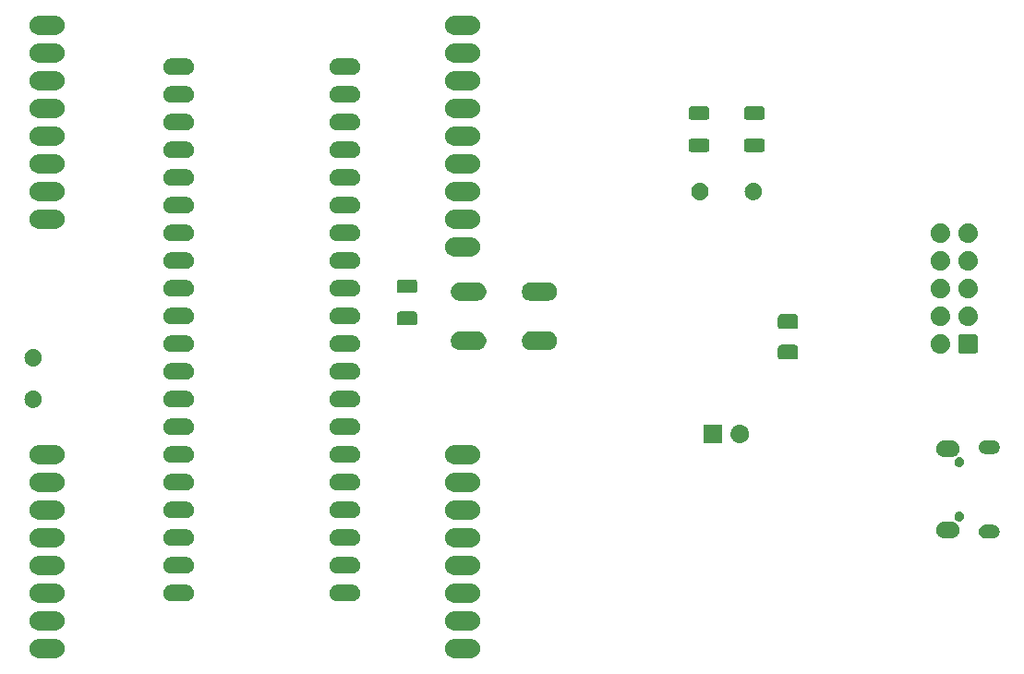
<source format=gbr>
G04 #@! TF.GenerationSoftware,KiCad,Pcbnew,8.0.1*
G04 #@! TF.CreationDate,2024-04-28T19:56:16+02:00*
G04 #@! TF.ProjectId,Atmega16-32 Development Board,41746d65-6761-4313-962d-333220446576,V1.0*
G04 #@! TF.SameCoordinates,PX1e47770PY791ddc0*
G04 #@! TF.FileFunction,Soldermask,Bot*
G04 #@! TF.FilePolarity,Negative*
%FSLAX46Y46*%
G04 Gerber Fmt 4.6, Leading zero omitted, Abs format (unit mm)*
G04 Created by KiCad (PCBNEW 8.0.1) date 2024-04-28 19:56:16*
%MOMM*%
%LPD*%
G01*
G04 APERTURE LIST*
G04 APERTURE END LIST*
G36*
X19896648Y8479442D02*
G01*
X20062690Y8446414D01*
X20219098Y8381627D01*
X20359862Y8287572D01*
X20479572Y8167862D01*
X20573627Y8027098D01*
X20638414Y7870690D01*
X20671442Y7704648D01*
X20671442Y7535352D01*
X20638414Y7369310D01*
X20573627Y7212902D01*
X20479572Y7072138D01*
X20359862Y6952428D01*
X20219098Y6858373D01*
X20062690Y6793586D01*
X19896648Y6760558D01*
X18288000Y6756400D01*
X18203352Y6760558D01*
X18037310Y6793586D01*
X17880902Y6858373D01*
X17740138Y6952428D01*
X17620428Y7072138D01*
X17526373Y7212902D01*
X17461586Y7369310D01*
X17428558Y7535352D01*
X17428558Y7704648D01*
X17461586Y7870690D01*
X17526373Y8027098D01*
X17620428Y8167862D01*
X17740138Y8287572D01*
X17880902Y8381627D01*
X18037310Y8446414D01*
X18203352Y8479442D01*
X19812000Y8483600D01*
X19896648Y8479442D01*
G37*
G36*
X57996648Y8479442D02*
G01*
X58162690Y8446414D01*
X58319098Y8381627D01*
X58459862Y8287572D01*
X58579572Y8167862D01*
X58673627Y8027098D01*
X58738414Y7870690D01*
X58771442Y7704648D01*
X58771442Y7535352D01*
X58738414Y7369310D01*
X58673627Y7212902D01*
X58579572Y7072138D01*
X58459862Y6952428D01*
X58319098Y6858373D01*
X58162690Y6793586D01*
X57996648Y6760558D01*
X56388000Y6756400D01*
X56303352Y6760558D01*
X56137310Y6793586D01*
X55980902Y6858373D01*
X55840138Y6952428D01*
X55720428Y7072138D01*
X55626373Y7212902D01*
X55561586Y7369310D01*
X55528558Y7535352D01*
X55528558Y7704648D01*
X55561586Y7870690D01*
X55626373Y8027098D01*
X55720428Y8167862D01*
X55840138Y8287572D01*
X55980902Y8381627D01*
X56137310Y8446414D01*
X56303352Y8479442D01*
X57912000Y8483600D01*
X57996648Y8479442D01*
G37*
G36*
X19896648Y11019442D02*
G01*
X20062690Y10986414D01*
X20219098Y10921627D01*
X20359862Y10827572D01*
X20479572Y10707862D01*
X20573627Y10567098D01*
X20638414Y10410690D01*
X20671442Y10244648D01*
X20671442Y10075352D01*
X20638414Y9909310D01*
X20573627Y9752902D01*
X20479572Y9612138D01*
X20359862Y9492428D01*
X20219098Y9398373D01*
X20062690Y9333586D01*
X19896648Y9300558D01*
X18288000Y9296400D01*
X18203352Y9300558D01*
X18037310Y9333586D01*
X17880902Y9398373D01*
X17740138Y9492428D01*
X17620428Y9612138D01*
X17526373Y9752902D01*
X17461586Y9909310D01*
X17428558Y10075352D01*
X17428558Y10244648D01*
X17461586Y10410690D01*
X17526373Y10567098D01*
X17620428Y10707862D01*
X17740138Y10827572D01*
X17880902Y10921627D01*
X18037310Y10986414D01*
X18203352Y11019442D01*
X19812000Y11023600D01*
X19896648Y11019442D01*
G37*
G36*
X57996648Y11019442D02*
G01*
X58162690Y10986414D01*
X58319098Y10921627D01*
X58459862Y10827572D01*
X58579572Y10707862D01*
X58673627Y10567098D01*
X58738414Y10410690D01*
X58771442Y10244648D01*
X58771442Y10075352D01*
X58738414Y9909310D01*
X58673627Y9752902D01*
X58579572Y9612138D01*
X58459862Y9492428D01*
X58319098Y9398373D01*
X58162690Y9333586D01*
X57996648Y9300558D01*
X56388000Y9296400D01*
X56303352Y9300558D01*
X56137310Y9333586D01*
X55980902Y9398373D01*
X55840138Y9492428D01*
X55720428Y9612138D01*
X55626373Y9752902D01*
X55561586Y9909310D01*
X55528558Y10075352D01*
X55528558Y10244648D01*
X55561586Y10410690D01*
X55626373Y10567098D01*
X55720428Y10707862D01*
X55840138Y10827572D01*
X55980902Y10921627D01*
X56137310Y10986414D01*
X56303352Y11019442D01*
X57912000Y11023600D01*
X57996648Y11019442D01*
G37*
G36*
X19896648Y13559442D02*
G01*
X20062690Y13526414D01*
X20219098Y13461627D01*
X20359862Y13367572D01*
X20479572Y13247862D01*
X20573627Y13107098D01*
X20638414Y12950690D01*
X20671442Y12784648D01*
X20671442Y12615352D01*
X20638414Y12449310D01*
X20573627Y12292902D01*
X20479572Y12152138D01*
X20359862Y12032428D01*
X20219098Y11938373D01*
X20062690Y11873586D01*
X19896648Y11840558D01*
X18288000Y11836400D01*
X18203352Y11840558D01*
X18037310Y11873586D01*
X17880902Y11938373D01*
X17740138Y12032428D01*
X17620428Y12152138D01*
X17526373Y12292902D01*
X17461586Y12449310D01*
X17428558Y12615352D01*
X17428558Y12784648D01*
X17461586Y12950690D01*
X17526373Y13107098D01*
X17620428Y13247862D01*
X17740138Y13367572D01*
X17880902Y13461627D01*
X18037310Y13526414D01*
X18203352Y13559442D01*
X19812000Y13563600D01*
X19896648Y13559442D01*
G37*
G36*
X57996648Y13559442D02*
G01*
X58162690Y13526414D01*
X58319098Y13461627D01*
X58459862Y13367572D01*
X58579572Y13247862D01*
X58673627Y13107098D01*
X58738414Y12950690D01*
X58771442Y12784648D01*
X58771442Y12615352D01*
X58738414Y12449310D01*
X58673627Y12292902D01*
X58579572Y12152138D01*
X58459862Y12032428D01*
X58319098Y11938373D01*
X58162690Y11873586D01*
X57996648Y11840558D01*
X56388000Y11836400D01*
X56303352Y11840558D01*
X56137310Y11873586D01*
X55980902Y11938373D01*
X55840138Y12032428D01*
X55720428Y12152138D01*
X55626373Y12292902D01*
X55561586Y12449310D01*
X55528558Y12615352D01*
X55528558Y12784648D01*
X55561586Y12950690D01*
X55626373Y13107098D01*
X55720428Y13247862D01*
X55840138Y13367572D01*
X55980902Y13461627D01*
X56137310Y13526414D01*
X56303352Y13559442D01*
X57912000Y13563600D01*
X57996648Y13559442D01*
G37*
G36*
X31850089Y13458331D02*
G01*
X31996597Y13429189D01*
X32134604Y13372024D01*
X32258808Y13289034D01*
X32364434Y13183408D01*
X32447424Y13059204D01*
X32504589Y12921197D01*
X32533731Y12774689D01*
X32533731Y12625311D01*
X32504589Y12478803D01*
X32447424Y12340796D01*
X32364434Y12216592D01*
X32258808Y12110966D01*
X32134604Y12027976D01*
X31996597Y11970811D01*
X31850089Y11941669D01*
X30454600Y11938000D01*
X30379911Y11941669D01*
X30233403Y11970811D01*
X30095396Y12027976D01*
X29971192Y12110966D01*
X29865566Y12216592D01*
X29782576Y12340796D01*
X29725411Y12478803D01*
X29696269Y12625311D01*
X29696269Y12774689D01*
X29725411Y12921197D01*
X29782576Y13059204D01*
X29865566Y13183408D01*
X29971192Y13289034D01*
X30095396Y13372024D01*
X30233403Y13429189D01*
X30379911Y13458331D01*
X31775400Y13462000D01*
X31850089Y13458331D01*
G37*
G36*
X47090089Y13458331D02*
G01*
X47236597Y13429189D01*
X47374604Y13372024D01*
X47498808Y13289034D01*
X47604434Y13183408D01*
X47687424Y13059204D01*
X47744589Y12921197D01*
X47773731Y12774689D01*
X47773731Y12625311D01*
X47744589Y12478803D01*
X47687424Y12340796D01*
X47604434Y12216592D01*
X47498808Y12110966D01*
X47374604Y12027976D01*
X47236597Y11970811D01*
X47090089Y11941669D01*
X45694600Y11938000D01*
X45619911Y11941669D01*
X45473403Y11970811D01*
X45335396Y12027976D01*
X45211192Y12110966D01*
X45105566Y12216592D01*
X45022576Y12340796D01*
X44965411Y12478803D01*
X44936269Y12625311D01*
X44936269Y12774689D01*
X44965411Y12921197D01*
X45022576Y13059204D01*
X45105566Y13183408D01*
X45211192Y13289034D01*
X45335396Y13372024D01*
X45473403Y13429189D01*
X45619911Y13458331D01*
X47015400Y13462000D01*
X47090089Y13458331D01*
G37*
G36*
X19896648Y16099442D02*
G01*
X20062690Y16066414D01*
X20219098Y16001627D01*
X20359862Y15907572D01*
X20479572Y15787862D01*
X20573627Y15647098D01*
X20638414Y15490690D01*
X20671442Y15324648D01*
X20671442Y15155352D01*
X20638414Y14989310D01*
X20573627Y14832902D01*
X20479572Y14692138D01*
X20359862Y14572428D01*
X20219098Y14478373D01*
X20062690Y14413586D01*
X19896648Y14380558D01*
X18288000Y14376400D01*
X18203352Y14380558D01*
X18037310Y14413586D01*
X17880902Y14478373D01*
X17740138Y14572428D01*
X17620428Y14692138D01*
X17526373Y14832902D01*
X17461586Y14989310D01*
X17428558Y15155352D01*
X17428558Y15324648D01*
X17461586Y15490690D01*
X17526373Y15647098D01*
X17620428Y15787862D01*
X17740138Y15907572D01*
X17880902Y16001627D01*
X18037310Y16066414D01*
X18203352Y16099442D01*
X19812000Y16103600D01*
X19896648Y16099442D01*
G37*
G36*
X57996648Y16099442D02*
G01*
X58162690Y16066414D01*
X58319098Y16001627D01*
X58459862Y15907572D01*
X58579572Y15787862D01*
X58673627Y15647098D01*
X58738414Y15490690D01*
X58771442Y15324648D01*
X58771442Y15155352D01*
X58738414Y14989310D01*
X58673627Y14832902D01*
X58579572Y14692138D01*
X58459862Y14572428D01*
X58319098Y14478373D01*
X58162690Y14413586D01*
X57996648Y14380558D01*
X56388000Y14376400D01*
X56303352Y14380558D01*
X56137310Y14413586D01*
X55980902Y14478373D01*
X55840138Y14572428D01*
X55720428Y14692138D01*
X55626373Y14832902D01*
X55561586Y14989310D01*
X55528558Y15155352D01*
X55528558Y15324648D01*
X55561586Y15490690D01*
X55626373Y15647098D01*
X55720428Y15787862D01*
X55840138Y15907572D01*
X55980902Y16001627D01*
X56137310Y16066414D01*
X56303352Y16099442D01*
X57912000Y16103600D01*
X57996648Y16099442D01*
G37*
G36*
X31850089Y15998331D02*
G01*
X31996597Y15969189D01*
X32134604Y15912024D01*
X32258808Y15829034D01*
X32364434Y15723408D01*
X32447424Y15599204D01*
X32504589Y15461197D01*
X32533731Y15314689D01*
X32533731Y15165311D01*
X32504589Y15018803D01*
X32447424Y14880796D01*
X32364434Y14756592D01*
X32258808Y14650966D01*
X32134604Y14567976D01*
X31996597Y14510811D01*
X31850089Y14481669D01*
X30454600Y14478000D01*
X30379911Y14481669D01*
X30233403Y14510811D01*
X30095396Y14567976D01*
X29971192Y14650966D01*
X29865566Y14756592D01*
X29782576Y14880796D01*
X29725411Y15018803D01*
X29696269Y15165311D01*
X29696269Y15314689D01*
X29725411Y15461197D01*
X29782576Y15599204D01*
X29865566Y15723408D01*
X29971192Y15829034D01*
X30095396Y15912024D01*
X30233403Y15969189D01*
X30379911Y15998331D01*
X31775400Y16002000D01*
X31850089Y15998331D01*
G37*
G36*
X47090089Y15998331D02*
G01*
X47236597Y15969189D01*
X47374604Y15912024D01*
X47498808Y15829034D01*
X47604434Y15723408D01*
X47687424Y15599204D01*
X47744589Y15461197D01*
X47773731Y15314689D01*
X47773731Y15165311D01*
X47744589Y15018803D01*
X47687424Y14880796D01*
X47604434Y14756592D01*
X47498808Y14650966D01*
X47374604Y14567976D01*
X47236597Y14510811D01*
X47090089Y14481669D01*
X45694600Y14478000D01*
X45619911Y14481669D01*
X45473403Y14510811D01*
X45335396Y14567976D01*
X45211192Y14650966D01*
X45105566Y14756592D01*
X45022576Y14880796D01*
X44965411Y15018803D01*
X44936269Y15165311D01*
X44936269Y15314689D01*
X44965411Y15461197D01*
X45022576Y15599204D01*
X45105566Y15723408D01*
X45211192Y15829034D01*
X45335396Y15912024D01*
X45473403Y15969189D01*
X45619911Y15998331D01*
X47015400Y16002000D01*
X47090089Y15998331D01*
G37*
G36*
X19896648Y18639442D02*
G01*
X20062690Y18606414D01*
X20219098Y18541627D01*
X20359862Y18447572D01*
X20479572Y18327862D01*
X20573627Y18187098D01*
X20638414Y18030690D01*
X20671442Y17864648D01*
X20671442Y17695352D01*
X20638414Y17529310D01*
X20573627Y17372902D01*
X20479572Y17232138D01*
X20359862Y17112428D01*
X20219098Y17018373D01*
X20062690Y16953586D01*
X19896648Y16920558D01*
X18288000Y16916400D01*
X18203352Y16920558D01*
X18037310Y16953586D01*
X17880902Y17018373D01*
X17740138Y17112428D01*
X17620428Y17232138D01*
X17526373Y17372902D01*
X17461586Y17529310D01*
X17428558Y17695352D01*
X17428558Y17864648D01*
X17461586Y18030690D01*
X17526373Y18187098D01*
X17620428Y18327862D01*
X17740138Y18447572D01*
X17880902Y18541627D01*
X18037310Y18606414D01*
X18203352Y18639442D01*
X19812000Y18643600D01*
X19896648Y18639442D01*
G37*
G36*
X57996648Y18639442D02*
G01*
X58162690Y18606414D01*
X58319098Y18541627D01*
X58459862Y18447572D01*
X58579572Y18327862D01*
X58673627Y18187098D01*
X58738414Y18030690D01*
X58771442Y17864648D01*
X58771442Y17695352D01*
X58738414Y17529310D01*
X58673627Y17372902D01*
X58579572Y17232138D01*
X58459862Y17112428D01*
X58319098Y17018373D01*
X58162690Y16953586D01*
X57996648Y16920558D01*
X56388000Y16916400D01*
X56303352Y16920558D01*
X56137310Y16953586D01*
X55980902Y17018373D01*
X55840138Y17112428D01*
X55720428Y17232138D01*
X55626373Y17372902D01*
X55561586Y17529310D01*
X55528558Y17695352D01*
X55528558Y17864648D01*
X55561586Y18030690D01*
X55626373Y18187098D01*
X55720428Y18327862D01*
X55840138Y18447572D01*
X55980902Y18541627D01*
X56137310Y18606414D01*
X56303352Y18639442D01*
X57912000Y18643600D01*
X57996648Y18639442D01*
G37*
G36*
X31850089Y18538331D02*
G01*
X31996597Y18509189D01*
X32134604Y18452024D01*
X32258808Y18369034D01*
X32364434Y18263408D01*
X32447424Y18139204D01*
X32504589Y18001197D01*
X32533731Y17854689D01*
X32533731Y17705311D01*
X32504589Y17558803D01*
X32447424Y17420796D01*
X32364434Y17296592D01*
X32258808Y17190966D01*
X32134604Y17107976D01*
X31996597Y17050811D01*
X31850089Y17021669D01*
X30454600Y17018000D01*
X30379911Y17021669D01*
X30233403Y17050811D01*
X30095396Y17107976D01*
X29971192Y17190966D01*
X29865566Y17296592D01*
X29782576Y17420796D01*
X29725411Y17558803D01*
X29696269Y17705311D01*
X29696269Y17854689D01*
X29725411Y18001197D01*
X29782576Y18139204D01*
X29865566Y18263408D01*
X29971192Y18369034D01*
X30095396Y18452024D01*
X30233403Y18509189D01*
X30379911Y18538331D01*
X31775400Y18542000D01*
X31850089Y18538331D01*
G37*
G36*
X47090089Y18538331D02*
G01*
X47236597Y18509189D01*
X47374604Y18452024D01*
X47498808Y18369034D01*
X47604434Y18263408D01*
X47687424Y18139204D01*
X47744589Y18001197D01*
X47773731Y17854689D01*
X47773731Y17705311D01*
X47744589Y17558803D01*
X47687424Y17420796D01*
X47604434Y17296592D01*
X47498808Y17190966D01*
X47374604Y17107976D01*
X47236597Y17050811D01*
X47090089Y17021669D01*
X45694600Y17018000D01*
X45619911Y17021669D01*
X45473403Y17050811D01*
X45335396Y17107976D01*
X45211192Y17190966D01*
X45105566Y17296592D01*
X45022576Y17420796D01*
X44965411Y17558803D01*
X44936269Y17705311D01*
X44936269Y17854689D01*
X44965411Y18001197D01*
X45022576Y18139204D01*
X45105566Y18263408D01*
X45211192Y18369034D01*
X45335396Y18452024D01*
X45473403Y18509189D01*
X45619911Y18538331D01*
X47015400Y18542000D01*
X47090089Y18538331D01*
G37*
G36*
X102005712Y19271914D02*
G01*
X102154912Y19242237D01*
X102295455Y19184022D01*
X102298021Y19182308D01*
X102337550Y19165934D01*
X102402618Y19250733D01*
X102349444Y19171152D01*
X102419375Y19101221D01*
X102421940Y19099507D01*
X102529507Y18991940D01*
X102614022Y18865455D01*
X102672237Y18724912D01*
X102701914Y18575712D01*
X102701914Y18423590D01*
X102672237Y18274390D01*
X102614022Y18133847D01*
X102529507Y18007362D01*
X102421940Y17899795D01*
X102295455Y17815280D01*
X102154912Y17757065D01*
X102005712Y17727388D01*
X101379651Y17723651D01*
X101303590Y17727388D01*
X101154390Y17757065D01*
X101013847Y17815280D01*
X100887362Y17899795D01*
X100779795Y18007362D01*
X100695280Y18133847D01*
X100637065Y18274390D01*
X100607388Y18423590D01*
X100607388Y18575712D01*
X100637065Y18724912D01*
X100695280Y18865455D01*
X100779795Y18991940D01*
X100887362Y19099507D01*
X101013847Y19184022D01*
X101154390Y19242237D01*
X101303590Y19271914D01*
X101929651Y19275651D01*
X102005712Y19271914D01*
G37*
G36*
X105841010Y18972637D02*
G01*
X105961369Y18948696D01*
X106074745Y18901734D01*
X106176781Y18833556D01*
X106263556Y18746781D01*
X106331734Y18644745D01*
X106378696Y18531369D01*
X106402637Y18411010D01*
X106402637Y18288292D01*
X106378696Y18167933D01*
X106331734Y18054557D01*
X106263556Y17952521D01*
X106176781Y17865746D01*
X106074745Y17797568D01*
X105961369Y17750606D01*
X105841010Y17726665D01*
X105129651Y17723651D01*
X105068292Y17726665D01*
X104947933Y17750606D01*
X104834557Y17797568D01*
X104732521Y17865746D01*
X104645746Y17952521D01*
X104577568Y18054557D01*
X104530606Y18167933D01*
X104506665Y18288292D01*
X104506665Y18411010D01*
X104530606Y18531369D01*
X104577568Y18644745D01*
X104645746Y18746781D01*
X104732521Y18833556D01*
X104834557Y18901734D01*
X104947933Y18948696D01*
X105068292Y18972637D01*
X105779651Y18975651D01*
X105841010Y18972637D01*
G37*
G36*
X102731327Y20171060D02*
G01*
X102768835Y20171060D01*
X102799322Y20162109D01*
X102821101Y20159241D01*
X102850354Y20147124D01*
X102892003Y20134895D01*
X102913985Y20120768D01*
X102929612Y20114295D01*
X102958246Y20092324D01*
X102999993Y20065494D01*
X103013450Y20049963D01*
X103022792Y20042795D01*
X103047008Y20011235D01*
X103084056Y19968480D01*
X103090290Y19954829D01*
X103094294Y19949611D01*
X103110102Y19911446D01*
X103137382Y19851712D01*
X103138730Y19842332D01*
X103139240Y19841102D01*
X103142848Y19813691D01*
X103155651Y19724651D01*
X103142847Y19635603D01*
X103139240Y19608201D01*
X103138730Y19606973D01*
X103137382Y19597590D01*
X103110103Y19537860D01*
X103094294Y19499690D01*
X103090289Y19494471D01*
X103084056Y19480822D01*
X103047007Y19438067D01*
X103022793Y19406509D01*
X103013454Y19399343D01*
X102999993Y19383808D01*
X102958237Y19356974D01*
X102929612Y19335008D01*
X102913990Y19328538D01*
X102892003Y19314407D01*
X102850346Y19302176D01*
X102821101Y19290062D01*
X102799328Y19287196D01*
X102768835Y19278242D01*
X102731320Y19278242D01*
X102704651Y19274731D01*
X102677982Y19278242D01*
X102640467Y19278242D01*
X102609974Y19287196D01*
X102588200Y19290062D01*
X102558952Y19302177D01*
X102517299Y19314407D01*
X102495312Y19328538D01*
X102463430Y19341743D01*
X102450757Y19322778D01*
X102362283Y19438079D01*
X102325246Y19480822D01*
X102319014Y19494468D01*
X102315007Y19499690D01*
X102299187Y19537883D01*
X102271920Y19597590D01*
X102270571Y19606969D01*
X102270061Y19608201D01*
X102266442Y19635686D01*
X102253651Y19724651D01*
X102266441Y19813609D01*
X102270061Y19841102D01*
X102270571Y19842336D01*
X102271920Y19851712D01*
X102299188Y19911423D01*
X102315007Y19949611D01*
X102319013Y19954833D01*
X102325246Y19968480D01*
X102362283Y20011224D01*
X102386508Y20042794D01*
X102395852Y20049964D01*
X102409309Y20065494D01*
X102451058Y20092325D01*
X102479691Y20114295D01*
X102495314Y20120767D01*
X102517299Y20134895D01*
X102558945Y20147124D01*
X102588200Y20159241D01*
X102609980Y20162109D01*
X102640467Y20171060D01*
X102677975Y20171060D01*
X102704651Y20174572D01*
X102731327Y20171060D01*
G37*
G36*
X19896648Y21179442D02*
G01*
X20062690Y21146414D01*
X20219098Y21081627D01*
X20359862Y20987572D01*
X20479572Y20867862D01*
X20573627Y20727098D01*
X20638414Y20570690D01*
X20671442Y20404648D01*
X20671442Y20235352D01*
X20638414Y20069310D01*
X20573627Y19912902D01*
X20479572Y19772138D01*
X20359862Y19652428D01*
X20219098Y19558373D01*
X20062690Y19493586D01*
X19896648Y19460558D01*
X18288000Y19456400D01*
X18203352Y19460558D01*
X18037310Y19493586D01*
X17880902Y19558373D01*
X17740138Y19652428D01*
X17620428Y19772138D01*
X17526373Y19912902D01*
X17461586Y20069310D01*
X17428558Y20235352D01*
X17428558Y20404648D01*
X17461586Y20570690D01*
X17526373Y20727098D01*
X17620428Y20867862D01*
X17740138Y20987572D01*
X17880902Y21081627D01*
X18037310Y21146414D01*
X18203352Y21179442D01*
X19812000Y21183600D01*
X19896648Y21179442D01*
G37*
G36*
X57996648Y21179442D02*
G01*
X58162690Y21146414D01*
X58319098Y21081627D01*
X58459862Y20987572D01*
X58579572Y20867862D01*
X58673627Y20727098D01*
X58738414Y20570690D01*
X58771442Y20404648D01*
X58771442Y20235352D01*
X58738414Y20069310D01*
X58673627Y19912902D01*
X58579572Y19772138D01*
X58459862Y19652428D01*
X58319098Y19558373D01*
X58162690Y19493586D01*
X57996648Y19460558D01*
X56388000Y19456400D01*
X56303352Y19460558D01*
X56137310Y19493586D01*
X55980902Y19558373D01*
X55840138Y19652428D01*
X55720428Y19772138D01*
X55626373Y19912902D01*
X55561586Y20069310D01*
X55528558Y20235352D01*
X55528558Y20404648D01*
X55561586Y20570690D01*
X55626373Y20727098D01*
X55720428Y20867862D01*
X55840138Y20987572D01*
X55980902Y21081627D01*
X56137310Y21146414D01*
X56303352Y21179442D01*
X57912000Y21183600D01*
X57996648Y21179442D01*
G37*
G36*
X31850089Y21078331D02*
G01*
X31996597Y21049189D01*
X32134604Y20992024D01*
X32258808Y20909034D01*
X32364434Y20803408D01*
X32447424Y20679204D01*
X32504589Y20541197D01*
X32533731Y20394689D01*
X32533731Y20245311D01*
X32504589Y20098803D01*
X32447424Y19960796D01*
X32364434Y19836592D01*
X32258808Y19730966D01*
X32134604Y19647976D01*
X31996597Y19590811D01*
X31850089Y19561669D01*
X30454600Y19558000D01*
X30379911Y19561669D01*
X30233403Y19590811D01*
X30095396Y19647976D01*
X29971192Y19730966D01*
X29865566Y19836592D01*
X29782576Y19960796D01*
X29725411Y20098803D01*
X29696269Y20245311D01*
X29696269Y20394689D01*
X29725411Y20541197D01*
X29782576Y20679204D01*
X29865566Y20803408D01*
X29971192Y20909034D01*
X30095396Y20992024D01*
X30233403Y21049189D01*
X30379911Y21078331D01*
X31775400Y21082000D01*
X31850089Y21078331D01*
G37*
G36*
X47090089Y21078331D02*
G01*
X47236597Y21049189D01*
X47374604Y20992024D01*
X47498808Y20909034D01*
X47604434Y20803408D01*
X47687424Y20679204D01*
X47744589Y20541197D01*
X47773731Y20394689D01*
X47773731Y20245311D01*
X47744589Y20098803D01*
X47687424Y19960796D01*
X47604434Y19836592D01*
X47498808Y19730966D01*
X47374604Y19647976D01*
X47236597Y19590811D01*
X47090089Y19561669D01*
X45694600Y19558000D01*
X45619911Y19561669D01*
X45473403Y19590811D01*
X45335396Y19647976D01*
X45211192Y19730966D01*
X45105566Y19836592D01*
X45022576Y19960796D01*
X44965411Y20098803D01*
X44936269Y20245311D01*
X44936269Y20394689D01*
X44965411Y20541197D01*
X45022576Y20679204D01*
X45105566Y20803408D01*
X45211192Y20909034D01*
X45335396Y20992024D01*
X45473403Y21049189D01*
X45619911Y21078331D01*
X47015400Y21082000D01*
X47090089Y21078331D01*
G37*
G36*
X19896648Y23719442D02*
G01*
X20062690Y23686414D01*
X20219098Y23621627D01*
X20359862Y23527572D01*
X20479572Y23407862D01*
X20573627Y23267098D01*
X20638414Y23110690D01*
X20671442Y22944648D01*
X20671442Y22775352D01*
X20638414Y22609310D01*
X20573627Y22452902D01*
X20479572Y22312138D01*
X20359862Y22192428D01*
X20219098Y22098373D01*
X20062690Y22033586D01*
X19896648Y22000558D01*
X18288000Y21996400D01*
X18203352Y22000558D01*
X18037310Y22033586D01*
X17880902Y22098373D01*
X17740138Y22192428D01*
X17620428Y22312138D01*
X17526373Y22452902D01*
X17461586Y22609310D01*
X17428558Y22775352D01*
X17428558Y22944648D01*
X17461586Y23110690D01*
X17526373Y23267098D01*
X17620428Y23407862D01*
X17740138Y23527572D01*
X17880902Y23621627D01*
X18037310Y23686414D01*
X18203352Y23719442D01*
X19812000Y23723600D01*
X19896648Y23719442D01*
G37*
G36*
X57996648Y23719442D02*
G01*
X58162690Y23686414D01*
X58319098Y23621627D01*
X58459862Y23527572D01*
X58579572Y23407862D01*
X58673627Y23267098D01*
X58738414Y23110690D01*
X58771442Y22944648D01*
X58771442Y22775352D01*
X58738414Y22609310D01*
X58673627Y22452902D01*
X58579572Y22312138D01*
X58459862Y22192428D01*
X58319098Y22098373D01*
X58162690Y22033586D01*
X57996648Y22000558D01*
X56388000Y21996400D01*
X56303352Y22000558D01*
X56137310Y22033586D01*
X55980902Y22098373D01*
X55840138Y22192428D01*
X55720428Y22312138D01*
X55626373Y22452902D01*
X55561586Y22609310D01*
X55528558Y22775352D01*
X55528558Y22944648D01*
X55561586Y23110690D01*
X55626373Y23267098D01*
X55720428Y23407862D01*
X55840138Y23527572D01*
X55980902Y23621627D01*
X56137310Y23686414D01*
X56303352Y23719442D01*
X57912000Y23723600D01*
X57996648Y23719442D01*
G37*
G36*
X31850089Y23618331D02*
G01*
X31996597Y23589189D01*
X32134604Y23532024D01*
X32258808Y23449034D01*
X32364434Y23343408D01*
X32447424Y23219204D01*
X32504589Y23081197D01*
X32533731Y22934689D01*
X32533731Y22785311D01*
X32504589Y22638803D01*
X32447424Y22500796D01*
X32364434Y22376592D01*
X32258808Y22270966D01*
X32134604Y22187976D01*
X31996597Y22130811D01*
X31850089Y22101669D01*
X30454600Y22098000D01*
X30379911Y22101669D01*
X30233403Y22130811D01*
X30095396Y22187976D01*
X29971192Y22270966D01*
X29865566Y22376592D01*
X29782576Y22500796D01*
X29725411Y22638803D01*
X29696269Y22785311D01*
X29696269Y22934689D01*
X29725411Y23081197D01*
X29782576Y23219204D01*
X29865566Y23343408D01*
X29971192Y23449034D01*
X30095396Y23532024D01*
X30233403Y23589189D01*
X30379911Y23618331D01*
X31775400Y23622000D01*
X31850089Y23618331D01*
G37*
G36*
X47090089Y23618331D02*
G01*
X47236597Y23589189D01*
X47374604Y23532024D01*
X47498808Y23449034D01*
X47604434Y23343408D01*
X47687424Y23219204D01*
X47744589Y23081197D01*
X47773731Y22934689D01*
X47773731Y22785311D01*
X47744589Y22638803D01*
X47687424Y22500796D01*
X47604434Y22376592D01*
X47498808Y22270966D01*
X47374604Y22187976D01*
X47236597Y22130811D01*
X47090089Y22101669D01*
X45694600Y22098000D01*
X45619911Y22101669D01*
X45473403Y22130811D01*
X45335396Y22187976D01*
X45211192Y22270966D01*
X45105566Y22376592D01*
X45022576Y22500796D01*
X44965411Y22638803D01*
X44936269Y22785311D01*
X44936269Y22934689D01*
X44965411Y23081197D01*
X45022576Y23219204D01*
X45105566Y23343408D01*
X45211192Y23449034D01*
X45335396Y23532024D01*
X45473403Y23589189D01*
X45619911Y23618331D01*
X47015400Y23622000D01*
X47090089Y23618331D01*
G37*
G36*
X102731327Y25171060D02*
G01*
X102768835Y25171060D01*
X102799322Y25162109D01*
X102821101Y25159241D01*
X102850354Y25147124D01*
X102892003Y25134895D01*
X102913985Y25120768D01*
X102929612Y25114295D01*
X102958246Y25092324D01*
X102999993Y25065494D01*
X103013450Y25049963D01*
X103022792Y25042795D01*
X103047008Y25011235D01*
X103084056Y24968480D01*
X103090290Y24954829D01*
X103094294Y24949611D01*
X103110102Y24911446D01*
X103137382Y24851712D01*
X103138730Y24842332D01*
X103139240Y24841102D01*
X103142848Y24813691D01*
X103155651Y24724651D01*
X103142847Y24635603D01*
X103139240Y24608201D01*
X103138730Y24606973D01*
X103137382Y24597590D01*
X103110103Y24537860D01*
X103094294Y24499690D01*
X103090289Y24494471D01*
X103084056Y24480822D01*
X103047007Y24438067D01*
X103022793Y24406509D01*
X103013454Y24399343D01*
X102999993Y24383808D01*
X102958237Y24356974D01*
X102929612Y24335008D01*
X102913990Y24328538D01*
X102892003Y24314407D01*
X102850346Y24302176D01*
X102821101Y24290062D01*
X102799328Y24287196D01*
X102768835Y24278242D01*
X102731320Y24278242D01*
X102704651Y24274731D01*
X102677982Y24278242D01*
X102640467Y24278242D01*
X102609974Y24287196D01*
X102588200Y24290062D01*
X102558952Y24302177D01*
X102517299Y24314407D01*
X102495313Y24328537D01*
X102479689Y24335008D01*
X102451058Y24356978D01*
X102409309Y24383808D01*
X102395849Y24399341D01*
X102386508Y24406509D01*
X102362285Y24438077D01*
X102325246Y24480822D01*
X102319014Y24494468D01*
X102315007Y24499690D01*
X102299187Y24537883D01*
X102271920Y24597590D01*
X102270571Y24606969D01*
X102270061Y24608201D01*
X102266442Y24635686D01*
X102253651Y24724651D01*
X102266441Y24813609D01*
X102270061Y24841102D01*
X102270571Y24842336D01*
X102271920Y24851712D01*
X102299188Y24911423D01*
X102315007Y24949611D01*
X102319013Y24954833D01*
X102325246Y24968480D01*
X102362279Y25011220D01*
X102450756Y25126526D01*
X102463428Y25107561D01*
X102495322Y25120772D01*
X102517299Y25134895D01*
X102558941Y25147123D01*
X102588200Y25159241D01*
X102609980Y25162109D01*
X102640467Y25171060D01*
X102677975Y25171060D01*
X102704651Y25174572D01*
X102731327Y25171060D01*
G37*
G36*
X19896648Y26259442D02*
G01*
X20062690Y26226414D01*
X20219098Y26161627D01*
X20359862Y26067572D01*
X20479572Y25947862D01*
X20573627Y25807098D01*
X20638414Y25650690D01*
X20671442Y25484648D01*
X20671442Y25315352D01*
X20638414Y25149310D01*
X20573627Y24992902D01*
X20479572Y24852138D01*
X20359862Y24732428D01*
X20219098Y24638373D01*
X20062690Y24573586D01*
X19896648Y24540558D01*
X18288000Y24536400D01*
X18203352Y24540558D01*
X18037310Y24573586D01*
X17880902Y24638373D01*
X17740138Y24732428D01*
X17620428Y24852138D01*
X17526373Y24992902D01*
X17461586Y25149310D01*
X17428558Y25315352D01*
X17428558Y25484648D01*
X17461586Y25650690D01*
X17526373Y25807098D01*
X17620428Y25947862D01*
X17740138Y26067572D01*
X17880902Y26161627D01*
X18037310Y26226414D01*
X18203352Y26259442D01*
X19812000Y26263600D01*
X19896648Y26259442D01*
G37*
G36*
X57996648Y26259442D02*
G01*
X58162690Y26226414D01*
X58319098Y26161627D01*
X58459862Y26067572D01*
X58579572Y25947862D01*
X58673627Y25807098D01*
X58738414Y25650690D01*
X58771442Y25484648D01*
X58771442Y25315352D01*
X58738414Y25149310D01*
X58673627Y24992902D01*
X58579572Y24852138D01*
X58459862Y24732428D01*
X58319098Y24638373D01*
X58162690Y24573586D01*
X57996648Y24540558D01*
X56388000Y24536400D01*
X56303352Y24540558D01*
X56137310Y24573586D01*
X55980902Y24638373D01*
X55840138Y24732428D01*
X55720428Y24852138D01*
X55626373Y24992902D01*
X55561586Y25149310D01*
X55528558Y25315352D01*
X55528558Y25484648D01*
X55561586Y25650690D01*
X55626373Y25807098D01*
X55720428Y25947862D01*
X55840138Y26067572D01*
X55980902Y26161627D01*
X56137310Y26226414D01*
X56303352Y26259442D01*
X57912000Y26263600D01*
X57996648Y26259442D01*
G37*
G36*
X31850089Y26158331D02*
G01*
X31996597Y26129189D01*
X32134604Y26072024D01*
X32258808Y25989034D01*
X32364434Y25883408D01*
X32447424Y25759204D01*
X32504589Y25621197D01*
X32533731Y25474689D01*
X32533731Y25325311D01*
X32504589Y25178803D01*
X32447424Y25040796D01*
X32364434Y24916592D01*
X32258808Y24810966D01*
X32134604Y24727976D01*
X31996597Y24670811D01*
X31850089Y24641669D01*
X30454600Y24638000D01*
X30379911Y24641669D01*
X30233403Y24670811D01*
X30095396Y24727976D01*
X29971192Y24810966D01*
X29865566Y24916592D01*
X29782576Y25040796D01*
X29725411Y25178803D01*
X29696269Y25325311D01*
X29696269Y25474689D01*
X29725411Y25621197D01*
X29782576Y25759204D01*
X29865566Y25883408D01*
X29971192Y25989034D01*
X30095396Y26072024D01*
X30233403Y26129189D01*
X30379911Y26158331D01*
X31775400Y26162000D01*
X31850089Y26158331D01*
G37*
G36*
X47090089Y26158331D02*
G01*
X47236597Y26129189D01*
X47374604Y26072024D01*
X47498808Y25989034D01*
X47604434Y25883408D01*
X47687424Y25759204D01*
X47744589Y25621197D01*
X47773731Y25474689D01*
X47773731Y25325311D01*
X47744589Y25178803D01*
X47687424Y25040796D01*
X47604434Y24916592D01*
X47498808Y24810966D01*
X47374604Y24727976D01*
X47236597Y24670811D01*
X47090089Y24641669D01*
X45694600Y24638000D01*
X45619911Y24641669D01*
X45473403Y24670811D01*
X45335396Y24727976D01*
X45211192Y24810966D01*
X45105566Y24916592D01*
X45022576Y25040796D01*
X44965411Y25178803D01*
X44936269Y25325311D01*
X44936269Y25474689D01*
X44965411Y25621197D01*
X45022576Y25759204D01*
X45105566Y25883408D01*
X45211192Y25989034D01*
X45335396Y26072024D01*
X45473403Y26129189D01*
X45619911Y26158331D01*
X47015400Y26162000D01*
X47090089Y26158331D01*
G37*
G36*
X102005712Y26721914D02*
G01*
X102154912Y26692237D01*
X102295455Y26634022D01*
X102421940Y26549507D01*
X102529507Y26441940D01*
X102614022Y26315455D01*
X102672237Y26174912D01*
X102701914Y26025712D01*
X102701914Y25873590D01*
X102672237Y25724390D01*
X102614022Y25583847D01*
X102529507Y25457362D01*
X102421940Y25349795D01*
X102419373Y25348081D01*
X102349445Y25278152D01*
X102402620Y25198568D01*
X102337549Y25283369D01*
X102298026Y25266999D01*
X102295455Y25265280D01*
X102154912Y25207065D01*
X102005712Y25177388D01*
X101379651Y25173651D01*
X101303590Y25177388D01*
X101154390Y25207065D01*
X101013847Y25265280D01*
X100887362Y25349795D01*
X100779795Y25457362D01*
X100695280Y25583847D01*
X100637065Y25724390D01*
X100607388Y25873590D01*
X100607388Y26025712D01*
X100637065Y26174912D01*
X100695280Y26315455D01*
X100779795Y26441940D01*
X100887362Y26549507D01*
X101013847Y26634022D01*
X101154390Y26692237D01*
X101303590Y26721914D01*
X101929651Y26725651D01*
X102005712Y26721914D01*
G37*
G36*
X105841010Y26722637D02*
G01*
X105961369Y26698696D01*
X106074745Y26651734D01*
X106176781Y26583556D01*
X106263556Y26496781D01*
X106331734Y26394745D01*
X106378696Y26281369D01*
X106402637Y26161010D01*
X106402637Y26038292D01*
X106378696Y25917933D01*
X106331734Y25804557D01*
X106263556Y25702521D01*
X106176781Y25615746D01*
X106074745Y25547568D01*
X105961369Y25500606D01*
X105841010Y25476665D01*
X105129651Y25473651D01*
X105068292Y25476665D01*
X104947933Y25500606D01*
X104834557Y25547568D01*
X104732521Y25615746D01*
X104645746Y25702521D01*
X104577568Y25804557D01*
X104530606Y25917933D01*
X104506665Y26038292D01*
X104506665Y26161010D01*
X104530606Y26281369D01*
X104577568Y26394745D01*
X104645746Y26496781D01*
X104732521Y26583556D01*
X104834557Y26651734D01*
X104947933Y26698696D01*
X105068292Y26722637D01*
X105779651Y26725651D01*
X105841010Y26722637D01*
G37*
G36*
X80894055Y28151769D02*
G01*
X80910600Y28140713D01*
X80921656Y28124168D01*
X80925538Y28104651D01*
X80925538Y26504651D01*
X80921656Y26485134D01*
X80910600Y26468589D01*
X80894055Y26457533D01*
X80874538Y26453651D01*
X79274538Y26453651D01*
X79255021Y26457533D01*
X79238476Y26468589D01*
X79227420Y26485134D01*
X79223538Y26504651D01*
X79223538Y28104651D01*
X79227420Y28124168D01*
X79238476Y28140713D01*
X79255021Y28151769D01*
X79274538Y28155651D01*
X80874538Y28155651D01*
X80894055Y28151769D01*
G37*
G36*
X82615737Y28150989D02*
G01*
X82663492Y28150989D01*
X82704732Y28142224D01*
X82740439Y28138706D01*
X82785297Y28125099D01*
X82837511Y28114000D01*
X82870922Y28099125D01*
X82899973Y28090312D01*
X82946140Y28065636D01*
X83000038Y28041639D01*
X83025092Y28023436D01*
X83046991Y28011731D01*
X83091666Y27975067D01*
X83143968Y27937067D01*
X83160949Y27918208D01*
X83175858Y27905972D01*
X83215925Y27857150D01*
X83263011Y27804856D01*
X83272902Y27787724D01*
X83281617Y27777105D01*
X83313844Y27716811D01*
X83351965Y27650784D01*
X83356351Y27637283D01*
X83360198Y27630087D01*
X83381399Y27560196D01*
X83406942Y27481584D01*
X83407841Y27473028D01*
X83408592Y27470553D01*
X83415909Y27396262D01*
X83425538Y27304651D01*
X83415908Y27213032D01*
X83408592Y27138750D01*
X83407841Y27136276D01*
X83406942Y27127718D01*
X83381394Y27049093D01*
X83360198Y26979216D01*
X83356352Y26972022D01*
X83351965Y26958518D01*
X83313837Y26892479D01*
X83281617Y26832198D01*
X83272904Y26821582D01*
X83263011Y26804446D01*
X83215916Y26752142D01*
X83175858Y26703331D01*
X83160952Y26691099D01*
X83143968Y26672235D01*
X83091656Y26634228D01*
X83046991Y26597572D01*
X83025097Y26585871D01*
X83000038Y26567663D01*
X82946129Y26543662D01*
X82899973Y26518991D01*
X82870929Y26510181D01*
X82837511Y26495302D01*
X82785286Y26484202D01*
X82740439Y26470597D01*
X82704741Y26467081D01*
X82663492Y26458313D01*
X82615726Y26458313D01*
X82574538Y26454256D01*
X82533349Y26458313D01*
X82485584Y26458313D01*
X82444335Y26467081D01*
X82408636Y26470597D01*
X82363786Y26484203D01*
X82311565Y26495302D01*
X82278148Y26510180D01*
X82249102Y26518991D01*
X82202940Y26543665D01*
X82149038Y26567663D01*
X82123981Y26585868D01*
X82102084Y26597572D01*
X82057411Y26634235D01*
X82005108Y26672235D01*
X81988126Y26691096D01*
X81973217Y26703331D01*
X81933148Y26752155D01*
X81886065Y26804446D01*
X81876174Y26821578D01*
X81867458Y26832198D01*
X81835225Y26892503D01*
X81797111Y26958518D01*
X81792724Y26972017D01*
X81788877Y26979216D01*
X81767666Y27049139D01*
X81742134Y27127718D01*
X81741235Y27136271D01*
X81740483Y27138750D01*
X81733151Y27213184D01*
X81723538Y27304651D01*
X81733150Y27396111D01*
X81740483Y27470553D01*
X81741235Y27473033D01*
X81742134Y27481584D01*
X81767661Y27560149D01*
X81788877Y27630087D01*
X81792725Y27637288D01*
X81797111Y27650784D01*
X81835218Y27716788D01*
X81867458Y27777105D01*
X81876176Y27787728D01*
X81886065Y27804856D01*
X81933139Y27857138D01*
X81973217Y27905972D01*
X81988129Y27918211D01*
X82005108Y27937067D01*
X82057400Y27975060D01*
X82102084Y28011731D01*
X82123986Y28023438D01*
X82149038Y28041639D01*
X82202929Y28065633D01*
X82249102Y28090312D01*
X82278155Y28099126D01*
X82311565Y28114000D01*
X82363775Y28125098D01*
X82408636Y28138706D01*
X82444344Y28142224D01*
X82485584Y28150989D01*
X82533339Y28150989D01*
X82574538Y28155047D01*
X82615737Y28150989D01*
G37*
G36*
X31850089Y28698331D02*
G01*
X31996597Y28669189D01*
X32134604Y28612024D01*
X32258808Y28529034D01*
X32364434Y28423408D01*
X32447424Y28299204D01*
X32504589Y28161197D01*
X32533731Y28014689D01*
X32533731Y27865311D01*
X32504589Y27718803D01*
X32447424Y27580796D01*
X32364434Y27456592D01*
X32258808Y27350966D01*
X32134604Y27267976D01*
X31996597Y27210811D01*
X31850089Y27181669D01*
X30454600Y27178000D01*
X30379911Y27181669D01*
X30233403Y27210811D01*
X30095396Y27267976D01*
X29971192Y27350966D01*
X29865566Y27456592D01*
X29782576Y27580796D01*
X29725411Y27718803D01*
X29696269Y27865311D01*
X29696269Y28014689D01*
X29725411Y28161197D01*
X29782576Y28299204D01*
X29865566Y28423408D01*
X29971192Y28529034D01*
X30095396Y28612024D01*
X30233403Y28669189D01*
X30379911Y28698331D01*
X31775400Y28702000D01*
X31850089Y28698331D01*
G37*
G36*
X47090089Y28698331D02*
G01*
X47236597Y28669189D01*
X47374604Y28612024D01*
X47498808Y28529034D01*
X47604434Y28423408D01*
X47687424Y28299204D01*
X47744589Y28161197D01*
X47773731Y28014689D01*
X47773731Y27865311D01*
X47744589Y27718803D01*
X47687424Y27580796D01*
X47604434Y27456592D01*
X47498808Y27350966D01*
X47374604Y27267976D01*
X47236597Y27210811D01*
X47090089Y27181669D01*
X45694600Y27178000D01*
X45619911Y27181669D01*
X45473403Y27210811D01*
X45335396Y27267976D01*
X45211192Y27350966D01*
X45105566Y27456592D01*
X45022576Y27580796D01*
X44965411Y27718803D01*
X44936269Y27865311D01*
X44936269Y28014689D01*
X44965411Y28161197D01*
X45022576Y28299204D01*
X45105566Y28423408D01*
X45211192Y28529034D01*
X45335396Y28612024D01*
X45473403Y28669189D01*
X45619911Y28698331D01*
X47015400Y28702000D01*
X47090089Y28698331D01*
G37*
G36*
X17825023Y31280927D02*
G01*
X17863657Y31280927D01*
X17907240Y31271664D01*
X17958239Y31265917D01*
X17995321Y31252942D01*
X18027306Y31246143D01*
X18073401Y31225621D01*
X18127541Y31206676D01*
X18155719Y31188971D01*
X18180157Y31178090D01*
X18225720Y31144986D01*
X18279415Y31111247D01*
X18298700Y31091962D01*
X18315512Y31079747D01*
X18357076Y31033586D01*
X18406247Y30984415D01*
X18417555Y30966418D01*
X18427467Y30955410D01*
X18461376Y30896678D01*
X18501676Y30832541D01*
X18506707Y30818162D01*
X18511120Y30810519D01*
X18533718Y30740970D01*
X18560917Y30663239D01*
X18561948Y30654087D01*
X18562823Y30651394D01*
X18570750Y30575962D01*
X18581000Y30485000D01*
X18570750Y30394031D01*
X18562823Y30318607D01*
X18561948Y30315916D01*
X18560917Y30306761D01*
X18533713Y30229018D01*
X18511120Y30159482D01*
X18506708Y30151841D01*
X18501676Y30137459D01*
X18461369Y30073312D01*
X18427467Y30014591D01*
X18417557Y30003586D01*
X18406247Y29985585D01*
X18357067Y29936406D01*
X18315512Y29890254D01*
X18298704Y29878043D01*
X18279415Y29858753D01*
X18225710Y29825008D01*
X18180157Y29791911D01*
X18155725Y29781034D01*
X18127541Y29763324D01*
X18073391Y29744377D01*
X18027306Y29723858D01*
X17995327Y29717061D01*
X17958239Y29704083D01*
X17907237Y29698337D01*
X17863657Y29689073D01*
X17825023Y29689073D01*
X17780000Y29684000D01*
X17734977Y29689073D01*
X17696343Y29689073D01*
X17652761Y29698337D01*
X17601761Y29704083D01*
X17564674Y29717061D01*
X17532693Y29723858D01*
X17486603Y29744378D01*
X17432459Y29763324D01*
X17404277Y29781032D01*
X17379842Y29791911D01*
X17334282Y29825013D01*
X17280585Y29858753D01*
X17261298Y29878040D01*
X17244487Y29890254D01*
X17202922Y29936416D01*
X17153753Y29985585D01*
X17142444Y30003582D01*
X17132532Y30014591D01*
X17098618Y30073332D01*
X17058324Y30137459D01*
X17053293Y30151837D01*
X17048879Y30159482D01*
X17026272Y30229058D01*
X16999083Y30306761D01*
X16998052Y30315911D01*
X16997176Y30318607D01*
X16989235Y30394163D01*
X16979000Y30485000D01*
X16989234Y30575830D01*
X16997176Y30651394D01*
X16998052Y30654091D01*
X16999083Y30663239D01*
X17026267Y30740930D01*
X17048879Y30810519D01*
X17053293Y30818166D01*
X17058324Y30832541D01*
X17098611Y30896658D01*
X17132532Y30955410D01*
X17142446Y30966422D01*
X17153753Y30984415D01*
X17202913Y31033576D01*
X17244487Y31079747D01*
X17261301Y31091964D01*
X17280585Y31111247D01*
X17334278Y31144985D01*
X17379846Y31178092D01*
X17404284Y31188973D01*
X17432459Y31206676D01*
X17486587Y31225617D01*
X17532689Y31246142D01*
X17564679Y31252942D01*
X17601761Y31265917D01*
X17652759Y31271664D01*
X17696343Y31280927D01*
X17734977Y31280927D01*
X17780000Y31286000D01*
X17825023Y31280927D01*
G37*
G36*
X31850089Y31238331D02*
G01*
X31996597Y31209189D01*
X32134604Y31152024D01*
X32258808Y31069034D01*
X32364434Y30963408D01*
X32447424Y30839204D01*
X32504589Y30701197D01*
X32533731Y30554689D01*
X32533731Y30405311D01*
X32504589Y30258803D01*
X32447424Y30120796D01*
X32364434Y29996592D01*
X32258808Y29890966D01*
X32134604Y29807976D01*
X31996597Y29750811D01*
X31850089Y29721669D01*
X30454600Y29718000D01*
X30379911Y29721669D01*
X30233403Y29750811D01*
X30095396Y29807976D01*
X29971192Y29890966D01*
X29865566Y29996592D01*
X29782576Y30120796D01*
X29725411Y30258803D01*
X29696269Y30405311D01*
X29696269Y30554689D01*
X29725411Y30701197D01*
X29782576Y30839204D01*
X29865566Y30963408D01*
X29971192Y31069034D01*
X30095396Y31152024D01*
X30233403Y31209189D01*
X30379911Y31238331D01*
X31775400Y31242000D01*
X31850089Y31238331D01*
G37*
G36*
X47090089Y31238331D02*
G01*
X47236597Y31209189D01*
X47374604Y31152024D01*
X47498808Y31069034D01*
X47604434Y30963408D01*
X47687424Y30839204D01*
X47744589Y30701197D01*
X47773731Y30554689D01*
X47773731Y30405311D01*
X47744589Y30258803D01*
X47687424Y30120796D01*
X47604434Y29996592D01*
X47498808Y29890966D01*
X47374604Y29807976D01*
X47236597Y29750811D01*
X47090089Y29721669D01*
X45694600Y29718000D01*
X45619911Y29721669D01*
X45473403Y29750811D01*
X45335396Y29807976D01*
X45211192Y29890966D01*
X45105566Y29996592D01*
X45022576Y30120796D01*
X44965411Y30258803D01*
X44936269Y30405311D01*
X44936269Y30554689D01*
X44965411Y30701197D01*
X45022576Y30839204D01*
X45105566Y30963408D01*
X45211192Y31069034D01*
X45335396Y31152024D01*
X45473403Y31209189D01*
X45619911Y31238331D01*
X47015400Y31242000D01*
X47090089Y31238331D01*
G37*
G36*
X31850089Y33778331D02*
G01*
X31996597Y33749189D01*
X32134604Y33692024D01*
X32258808Y33609034D01*
X32364434Y33503408D01*
X32447424Y33379204D01*
X32504589Y33241197D01*
X32533731Y33094689D01*
X32533731Y32945311D01*
X32504589Y32798803D01*
X32447424Y32660796D01*
X32364434Y32536592D01*
X32258808Y32430966D01*
X32134604Y32347976D01*
X31996597Y32290811D01*
X31850089Y32261669D01*
X30454600Y32258000D01*
X30379911Y32261669D01*
X30233403Y32290811D01*
X30095396Y32347976D01*
X29971192Y32430966D01*
X29865566Y32536592D01*
X29782576Y32660796D01*
X29725411Y32798803D01*
X29696269Y32945311D01*
X29696269Y33094689D01*
X29725411Y33241197D01*
X29782576Y33379204D01*
X29865566Y33503408D01*
X29971192Y33609034D01*
X30095396Y33692024D01*
X30233403Y33749189D01*
X30379911Y33778331D01*
X31775400Y33782000D01*
X31850089Y33778331D01*
G37*
G36*
X47090089Y33778331D02*
G01*
X47236597Y33749189D01*
X47374604Y33692024D01*
X47498808Y33609034D01*
X47604434Y33503408D01*
X47687424Y33379204D01*
X47744589Y33241197D01*
X47773731Y33094689D01*
X47773731Y32945311D01*
X47744589Y32798803D01*
X47687424Y32660796D01*
X47604434Y32536592D01*
X47498808Y32430966D01*
X47374604Y32347976D01*
X47236597Y32290811D01*
X47090089Y32261669D01*
X45694600Y32258000D01*
X45619911Y32261669D01*
X45473403Y32290811D01*
X45335396Y32347976D01*
X45211192Y32430966D01*
X45105566Y32536592D01*
X45022576Y32660796D01*
X44965411Y32798803D01*
X44936269Y32945311D01*
X44936269Y33094689D01*
X44965411Y33241197D01*
X45022576Y33379204D01*
X45105566Y33503408D01*
X45211192Y33609034D01*
X45335396Y33692024D01*
X45473403Y33749189D01*
X45619911Y33778331D01*
X47015400Y33782000D01*
X47090089Y33778331D01*
G37*
G36*
X17825023Y35080927D02*
G01*
X17863657Y35080927D01*
X17907240Y35071664D01*
X17958239Y35065917D01*
X17995321Y35052942D01*
X18027306Y35046143D01*
X18073401Y35025621D01*
X18127541Y35006676D01*
X18155719Y34988971D01*
X18180157Y34978090D01*
X18225720Y34944986D01*
X18279415Y34911247D01*
X18298700Y34891962D01*
X18315512Y34879747D01*
X18357076Y34833586D01*
X18406247Y34784415D01*
X18417555Y34766418D01*
X18427467Y34755410D01*
X18461376Y34696678D01*
X18501676Y34632541D01*
X18506707Y34618162D01*
X18511120Y34610519D01*
X18533718Y34540970D01*
X18560917Y34463239D01*
X18561948Y34454087D01*
X18562823Y34451394D01*
X18570750Y34375962D01*
X18581000Y34285000D01*
X18570750Y34194031D01*
X18562823Y34118607D01*
X18561948Y34115916D01*
X18560917Y34106761D01*
X18533713Y34029018D01*
X18511120Y33959482D01*
X18506708Y33951841D01*
X18501676Y33937459D01*
X18461369Y33873312D01*
X18427467Y33814591D01*
X18417557Y33803586D01*
X18406247Y33785585D01*
X18357067Y33736406D01*
X18315512Y33690254D01*
X18298704Y33678043D01*
X18279415Y33658753D01*
X18225710Y33625008D01*
X18180157Y33591911D01*
X18155725Y33581034D01*
X18127541Y33563324D01*
X18073391Y33544377D01*
X18027306Y33523858D01*
X17995327Y33517061D01*
X17958239Y33504083D01*
X17907237Y33498337D01*
X17863657Y33489073D01*
X17825023Y33489073D01*
X17780000Y33484000D01*
X17734977Y33489073D01*
X17696343Y33489073D01*
X17652761Y33498337D01*
X17601761Y33504083D01*
X17564674Y33517061D01*
X17532693Y33523858D01*
X17486603Y33544378D01*
X17432459Y33563324D01*
X17404277Y33581032D01*
X17379842Y33591911D01*
X17334282Y33625013D01*
X17280585Y33658753D01*
X17261298Y33678040D01*
X17244487Y33690254D01*
X17202922Y33736416D01*
X17153753Y33785585D01*
X17142444Y33803582D01*
X17132532Y33814591D01*
X17098618Y33873332D01*
X17058324Y33937459D01*
X17053293Y33951837D01*
X17048879Y33959482D01*
X17026272Y34029058D01*
X16999083Y34106761D01*
X16998052Y34115911D01*
X16997176Y34118607D01*
X16989235Y34194163D01*
X16979000Y34285000D01*
X16989234Y34375830D01*
X16997176Y34451394D01*
X16998052Y34454091D01*
X16999083Y34463239D01*
X17026267Y34540930D01*
X17048879Y34610519D01*
X17053293Y34618166D01*
X17058324Y34632541D01*
X17098611Y34696658D01*
X17132532Y34755410D01*
X17142446Y34766422D01*
X17153753Y34784415D01*
X17202913Y34833576D01*
X17244487Y34879747D01*
X17261301Y34891964D01*
X17280585Y34911247D01*
X17334278Y34944985D01*
X17379846Y34978092D01*
X17404284Y34988973D01*
X17432459Y35006676D01*
X17486587Y35025617D01*
X17532689Y35046142D01*
X17564679Y35052942D01*
X17601761Y35065917D01*
X17652759Y35071664D01*
X17696343Y35080927D01*
X17734977Y35080927D01*
X17780000Y35086000D01*
X17825023Y35080927D01*
G37*
G36*
X87688565Y35462656D02*
G01*
X87704377Y35455675D01*
X87712182Y35454438D01*
X87744690Y35437875D01*
X87789757Y35417975D01*
X87867975Y35339757D01*
X87887877Y35294684D01*
X87904437Y35262183D01*
X87905672Y35254381D01*
X87912656Y35238565D01*
X87920651Y35169651D01*
X87920651Y34419651D01*
X87912656Y34350737D01*
X87905672Y34334922D01*
X87904437Y34327120D01*
X87887880Y34294627D01*
X87867975Y34249545D01*
X87789757Y34171327D01*
X87744675Y34151422D01*
X87712182Y34134865D01*
X87704380Y34133630D01*
X87688565Y34126646D01*
X87619651Y34118651D01*
X86369651Y34118651D01*
X86300737Y34126646D01*
X86284921Y34133630D01*
X86277119Y34134865D01*
X86244618Y34151425D01*
X86199545Y34171327D01*
X86121327Y34249545D01*
X86101427Y34294612D01*
X86084864Y34327120D01*
X86083627Y34334925D01*
X86076646Y34350737D01*
X86068651Y34419651D01*
X86068651Y35169651D01*
X86076646Y35238565D01*
X86083627Y35254377D01*
X86084864Y35262183D01*
X86101431Y35294698D01*
X86121327Y35339757D01*
X86199545Y35417975D01*
X86244604Y35437871D01*
X86277119Y35454438D01*
X86284925Y35455675D01*
X86300737Y35462656D01*
X86369651Y35470651D01*
X87619651Y35470651D01*
X87688565Y35462656D01*
G37*
G36*
X104173565Y36452656D02*
G01*
X104189377Y36445675D01*
X104197182Y36444438D01*
X104229690Y36427875D01*
X104274757Y36407975D01*
X104352975Y36329757D01*
X104372877Y36284684D01*
X104389437Y36252183D01*
X104390672Y36244381D01*
X104397656Y36228565D01*
X104405651Y36159651D01*
X104405651Y34959651D01*
X104397656Y34890737D01*
X104390672Y34874922D01*
X104389437Y34867120D01*
X104372880Y34834627D01*
X104352975Y34789545D01*
X104274757Y34711327D01*
X104229675Y34691422D01*
X104197182Y34674865D01*
X104189380Y34673630D01*
X104173565Y34666646D01*
X104104651Y34658651D01*
X102904651Y34658651D01*
X102835737Y34666646D01*
X102819921Y34673630D01*
X102812119Y34674865D01*
X102779618Y34691425D01*
X102734545Y34711327D01*
X102656327Y34789545D01*
X102636427Y34834612D01*
X102619864Y34867120D01*
X102618627Y34874925D01*
X102611646Y34890737D01*
X102603651Y34959651D01*
X102603651Y36159651D01*
X102611646Y36228565D01*
X102618627Y36244377D01*
X102619864Y36252183D01*
X102636431Y36284698D01*
X102656327Y36329757D01*
X102734545Y36407975D01*
X102779604Y36427871D01*
X102812119Y36444438D01*
X102819925Y36445675D01*
X102835737Y36452656D01*
X102904651Y36460651D01*
X104104651Y36460651D01*
X104173565Y36452656D01*
G37*
G36*
X101008634Y36455715D02*
G01*
X101058831Y36455715D01*
X101102175Y36446502D01*
X101140310Y36442746D01*
X101188217Y36428214D01*
X101243075Y36416553D01*
X101278181Y36400923D01*
X101309217Y36391508D01*
X101358535Y36365147D01*
X101415151Y36339940D01*
X101441473Y36320816D01*
X101464883Y36308303D01*
X101512639Y36269111D01*
X101567538Y36229224D01*
X101585362Y36209428D01*
X101601326Y36196327D01*
X101644223Y36144057D01*
X101693575Y36089246D01*
X101703943Y36071288D01*
X101713302Y36059884D01*
X101747924Y35995109D01*
X101787755Y35926121D01*
X101792336Y35912021D01*
X101796507Y35904218D01*
X101819503Y35828409D01*
X101845962Y35746979D01*
X101846893Y35738119D01*
X101847745Y35735311D01*
X101856035Y35651138D01*
X101865651Y35559651D01*
X101856034Y35468157D01*
X101847745Y35383992D01*
X101846893Y35381185D01*
X101845962Y35372323D01*
X101819499Y35290880D01*
X101796507Y35215085D01*
X101792337Y35207285D01*
X101787755Y35193181D01*
X101747917Y35124181D01*
X101713302Y35059419D01*
X101703945Y35048018D01*
X101693575Y35030056D01*
X101644214Y34975236D01*
X101601326Y34922976D01*
X101585365Y34909878D01*
X101567538Y34890078D01*
X101512628Y34850184D01*
X101464883Y34811000D01*
X101441478Y34798490D01*
X101415151Y34779362D01*
X101358524Y34754151D01*
X101309217Y34727795D01*
X101278188Y34718383D01*
X101243075Y34702749D01*
X101188206Y34691087D01*
X101140310Y34676557D01*
X101102183Y34672802D01*
X101058831Y34663587D01*
X101008624Y34663587D01*
X100964651Y34659256D01*
X100920678Y34663587D01*
X100870471Y34663587D01*
X100827118Y34672802D01*
X100788991Y34676557D01*
X100741092Y34691088D01*
X100686227Y34702749D01*
X100651115Y34718382D01*
X100620084Y34727795D01*
X100570771Y34754153D01*
X100514151Y34779362D01*
X100487826Y34798488D01*
X100464418Y34811000D01*
X100416664Y34850191D01*
X100361764Y34890078D01*
X100343938Y34909875D01*
X100327975Y34922976D01*
X100285076Y34975249D01*
X100235727Y35030056D01*
X100225359Y35048014D01*
X100215999Y35059419D01*
X100181370Y35124204D01*
X100141547Y35193181D01*
X100136966Y35207280D01*
X100132794Y35215085D01*
X100109787Y35290926D01*
X100083340Y35372323D01*
X100082409Y35381180D01*
X100081556Y35383992D01*
X100073251Y35468309D01*
X100063651Y35559651D01*
X100073250Y35650987D01*
X100081556Y35735311D01*
X100082409Y35738124D01*
X100083340Y35746979D01*
X100109783Y35828363D01*
X100132794Y35904218D01*
X100136966Y35912025D01*
X100141547Y35926121D01*
X100181363Y35995086D01*
X100215999Y36059884D01*
X100225361Y36071292D01*
X100235727Y36089246D01*
X100285067Y36144044D01*
X100327975Y36196327D01*
X100343942Y36209432D01*
X100361764Y36229224D01*
X100416653Y36269105D01*
X100464418Y36308303D01*
X100487831Y36320818D01*
X100514151Y36339940D01*
X100570760Y36365145D01*
X100620084Y36391508D01*
X100651122Y36400924D01*
X100686227Y36416553D01*
X100741081Y36428213D01*
X100788991Y36442746D01*
X100827127Y36446503D01*
X100870471Y36455715D01*
X100920667Y36455715D01*
X100964651Y36460047D01*
X101008634Y36455715D01*
G37*
G36*
X31850089Y36318331D02*
G01*
X31996597Y36289189D01*
X32134604Y36232024D01*
X32258808Y36149034D01*
X32364434Y36043408D01*
X32447424Y35919204D01*
X32504589Y35781197D01*
X32533731Y35634689D01*
X32533731Y35485311D01*
X32504589Y35338803D01*
X32447424Y35200796D01*
X32364434Y35076592D01*
X32258808Y34970966D01*
X32134604Y34887976D01*
X31996597Y34830811D01*
X31850089Y34801669D01*
X30454600Y34798000D01*
X30379911Y34801669D01*
X30233403Y34830811D01*
X30095396Y34887976D01*
X29971192Y34970966D01*
X29865566Y35076592D01*
X29782576Y35200796D01*
X29725411Y35338803D01*
X29696269Y35485311D01*
X29696269Y35634689D01*
X29725411Y35781197D01*
X29782576Y35919204D01*
X29865566Y36043408D01*
X29971192Y36149034D01*
X30095396Y36232024D01*
X30233403Y36289189D01*
X30379911Y36318331D01*
X31775400Y36322000D01*
X31850089Y36318331D01*
G37*
G36*
X47090089Y36318331D02*
G01*
X47236597Y36289189D01*
X47374604Y36232024D01*
X47498808Y36149034D01*
X47604434Y36043408D01*
X47687424Y35919204D01*
X47744589Y35781197D01*
X47773731Y35634689D01*
X47773731Y35485311D01*
X47744589Y35338803D01*
X47687424Y35200796D01*
X47604434Y35076592D01*
X47498808Y34970966D01*
X47374604Y34887976D01*
X47236597Y34830811D01*
X47090089Y34801669D01*
X45694600Y34798000D01*
X45619911Y34801669D01*
X45473403Y34830811D01*
X45335396Y34887976D01*
X45211192Y34970966D01*
X45105566Y35076592D01*
X45022576Y35200796D01*
X44965411Y35338803D01*
X44936269Y35485311D01*
X44936269Y35634689D01*
X44965411Y35781197D01*
X45022576Y35919204D01*
X45105566Y36043408D01*
X45211192Y36149034D01*
X45335396Y36232024D01*
X45473403Y36289189D01*
X45619911Y36318331D01*
X47015400Y36322000D01*
X47090089Y36318331D01*
G37*
G36*
X58555448Y36698842D02*
G01*
X58721490Y36665814D01*
X58877898Y36601027D01*
X59018662Y36506972D01*
X59138372Y36387262D01*
X59232427Y36246498D01*
X59297214Y36090090D01*
X59330242Y35924048D01*
X59330242Y35754752D01*
X59297214Y35588710D01*
X59232427Y35432302D01*
X59138372Y35291538D01*
X59018662Y35171828D01*
X58877898Y35077773D01*
X58721490Y35012986D01*
X58555448Y34979958D01*
X56946800Y34975800D01*
X56862152Y34979958D01*
X56696110Y35012986D01*
X56539702Y35077773D01*
X56398938Y35171828D01*
X56279228Y35291538D01*
X56185173Y35432302D01*
X56120386Y35588710D01*
X56087358Y35754752D01*
X56087358Y35924048D01*
X56120386Y36090090D01*
X56185173Y36246498D01*
X56279228Y36387262D01*
X56398938Y36506972D01*
X56539702Y36601027D01*
X56696110Y36665814D01*
X56862152Y36698842D01*
X58470800Y36703000D01*
X58555448Y36698842D01*
G37*
G36*
X65057848Y36698842D02*
G01*
X65223890Y36665814D01*
X65380298Y36601027D01*
X65521062Y36506972D01*
X65640772Y36387262D01*
X65734827Y36246498D01*
X65799614Y36090090D01*
X65832642Y35924048D01*
X65832642Y35754752D01*
X65799614Y35588710D01*
X65734827Y35432302D01*
X65640772Y35291538D01*
X65521062Y35171828D01*
X65380298Y35077773D01*
X65223890Y35012986D01*
X65057848Y34979958D01*
X63449200Y34975800D01*
X63364552Y34979958D01*
X63198510Y35012986D01*
X63042102Y35077773D01*
X62901338Y35171828D01*
X62781628Y35291538D01*
X62687573Y35432302D01*
X62622786Y35588710D01*
X62589758Y35754752D01*
X62589758Y35924048D01*
X62622786Y36090090D01*
X62687573Y36246498D01*
X62781628Y36387262D01*
X62901338Y36506972D01*
X63042102Y36601027D01*
X63198510Y36665814D01*
X63364552Y36698842D01*
X64973200Y36703000D01*
X65057848Y36698842D01*
G37*
G36*
X87688565Y38262656D02*
G01*
X87704377Y38255675D01*
X87712182Y38254438D01*
X87744690Y38237875D01*
X87789757Y38217975D01*
X87867975Y38139757D01*
X87887877Y38094684D01*
X87904437Y38062183D01*
X87905672Y38054381D01*
X87912656Y38038565D01*
X87920651Y37969651D01*
X87920651Y37219651D01*
X87912656Y37150737D01*
X87905672Y37134922D01*
X87904437Y37127120D01*
X87887880Y37094627D01*
X87867975Y37049545D01*
X87789757Y36971327D01*
X87744675Y36951422D01*
X87712182Y36934865D01*
X87704380Y36933630D01*
X87688565Y36926646D01*
X87619651Y36918651D01*
X86369651Y36918651D01*
X86300737Y36926646D01*
X86284921Y36933630D01*
X86277119Y36934865D01*
X86244618Y36951425D01*
X86199545Y36971327D01*
X86121327Y37049545D01*
X86101427Y37094612D01*
X86084864Y37127120D01*
X86083627Y37134925D01*
X86076646Y37150737D01*
X86068651Y37219651D01*
X86068651Y37969651D01*
X86076646Y38038565D01*
X86083627Y38054377D01*
X86084864Y38062183D01*
X86101431Y38094698D01*
X86121327Y38139757D01*
X86199545Y38217975D01*
X86244604Y38237871D01*
X86277119Y38254438D01*
X86284925Y38255675D01*
X86300737Y38262656D01*
X86369651Y38270651D01*
X87619651Y38270651D01*
X87688565Y38262656D01*
G37*
G36*
X101008634Y38995715D02*
G01*
X101058831Y38995715D01*
X101102175Y38986502D01*
X101140310Y38982746D01*
X101188217Y38968214D01*
X101243075Y38956553D01*
X101278181Y38940923D01*
X101309217Y38931508D01*
X101358535Y38905147D01*
X101415151Y38879940D01*
X101441473Y38860816D01*
X101464883Y38848303D01*
X101512639Y38809111D01*
X101567538Y38769224D01*
X101585362Y38749428D01*
X101601326Y38736327D01*
X101644223Y38684057D01*
X101693575Y38629246D01*
X101703943Y38611288D01*
X101713302Y38599884D01*
X101747924Y38535109D01*
X101787755Y38466121D01*
X101792336Y38452021D01*
X101796507Y38444218D01*
X101819503Y38368409D01*
X101845962Y38286979D01*
X101846893Y38278119D01*
X101847745Y38275311D01*
X101856035Y38191138D01*
X101865651Y38099651D01*
X101856034Y38008157D01*
X101847745Y37923992D01*
X101846893Y37921185D01*
X101845962Y37912323D01*
X101819499Y37830880D01*
X101796507Y37755085D01*
X101792337Y37747285D01*
X101787755Y37733181D01*
X101747917Y37664181D01*
X101713302Y37599419D01*
X101703945Y37588018D01*
X101693575Y37570056D01*
X101644214Y37515236D01*
X101601326Y37462976D01*
X101585365Y37449878D01*
X101567538Y37430078D01*
X101512628Y37390184D01*
X101464883Y37351000D01*
X101441478Y37338490D01*
X101415151Y37319362D01*
X101358524Y37294151D01*
X101309217Y37267795D01*
X101278188Y37258383D01*
X101243075Y37242749D01*
X101188206Y37231087D01*
X101140310Y37216557D01*
X101102183Y37212802D01*
X101058831Y37203587D01*
X101008624Y37203587D01*
X100964651Y37199256D01*
X100920678Y37203587D01*
X100870471Y37203587D01*
X100827118Y37212802D01*
X100788991Y37216557D01*
X100741092Y37231088D01*
X100686227Y37242749D01*
X100651115Y37258382D01*
X100620084Y37267795D01*
X100570771Y37294153D01*
X100514151Y37319362D01*
X100487826Y37338488D01*
X100464418Y37351000D01*
X100416664Y37390191D01*
X100361764Y37430078D01*
X100343938Y37449875D01*
X100327975Y37462976D01*
X100285076Y37515249D01*
X100235727Y37570056D01*
X100225359Y37588014D01*
X100215999Y37599419D01*
X100181370Y37664204D01*
X100141547Y37733181D01*
X100136966Y37747280D01*
X100132794Y37755085D01*
X100109787Y37830926D01*
X100083340Y37912323D01*
X100082409Y37921180D01*
X100081556Y37923992D01*
X100073251Y38008309D01*
X100063651Y38099651D01*
X100073250Y38190987D01*
X100081556Y38275311D01*
X100082409Y38278124D01*
X100083340Y38286979D01*
X100109783Y38368363D01*
X100132794Y38444218D01*
X100136966Y38452025D01*
X100141547Y38466121D01*
X100181363Y38535086D01*
X100215999Y38599884D01*
X100225361Y38611292D01*
X100235727Y38629246D01*
X100285067Y38684044D01*
X100327975Y38736327D01*
X100343942Y38749432D01*
X100361764Y38769224D01*
X100416653Y38809105D01*
X100464418Y38848303D01*
X100487831Y38860818D01*
X100514151Y38879940D01*
X100570760Y38905145D01*
X100620084Y38931508D01*
X100651122Y38940924D01*
X100686227Y38956553D01*
X100741081Y38968213D01*
X100788991Y38982746D01*
X100827127Y38986503D01*
X100870471Y38995715D01*
X100920667Y38995715D01*
X100964651Y39000047D01*
X101008634Y38995715D01*
G37*
G36*
X103548634Y38995715D02*
G01*
X103598831Y38995715D01*
X103642175Y38986502D01*
X103680310Y38982746D01*
X103728217Y38968214D01*
X103783075Y38956553D01*
X103818181Y38940923D01*
X103849217Y38931508D01*
X103898535Y38905147D01*
X103955151Y38879940D01*
X103981473Y38860816D01*
X104004883Y38848303D01*
X104052639Y38809111D01*
X104107538Y38769224D01*
X104125362Y38749428D01*
X104141326Y38736327D01*
X104184223Y38684057D01*
X104233575Y38629246D01*
X104243943Y38611288D01*
X104253302Y38599884D01*
X104287924Y38535109D01*
X104327755Y38466121D01*
X104332336Y38452021D01*
X104336507Y38444218D01*
X104359503Y38368409D01*
X104385962Y38286979D01*
X104386893Y38278119D01*
X104387745Y38275311D01*
X104396035Y38191138D01*
X104405651Y38099651D01*
X104396034Y38008157D01*
X104387745Y37923992D01*
X104386893Y37921185D01*
X104385962Y37912323D01*
X104359499Y37830880D01*
X104336507Y37755085D01*
X104332337Y37747285D01*
X104327755Y37733181D01*
X104287917Y37664181D01*
X104253302Y37599419D01*
X104243945Y37588018D01*
X104233575Y37570056D01*
X104184214Y37515236D01*
X104141326Y37462976D01*
X104125365Y37449878D01*
X104107538Y37430078D01*
X104052628Y37390184D01*
X104004883Y37351000D01*
X103981478Y37338490D01*
X103955151Y37319362D01*
X103898524Y37294151D01*
X103849217Y37267795D01*
X103818188Y37258383D01*
X103783075Y37242749D01*
X103728206Y37231087D01*
X103680310Y37216557D01*
X103642183Y37212802D01*
X103598831Y37203587D01*
X103548624Y37203587D01*
X103504651Y37199256D01*
X103460678Y37203587D01*
X103410471Y37203587D01*
X103367118Y37212802D01*
X103328991Y37216557D01*
X103281092Y37231088D01*
X103226227Y37242749D01*
X103191115Y37258382D01*
X103160084Y37267795D01*
X103110771Y37294153D01*
X103054151Y37319362D01*
X103027826Y37338488D01*
X103004418Y37351000D01*
X102956664Y37390191D01*
X102901764Y37430078D01*
X102883938Y37449875D01*
X102867975Y37462976D01*
X102825076Y37515249D01*
X102775727Y37570056D01*
X102765359Y37588014D01*
X102755999Y37599419D01*
X102721370Y37664204D01*
X102681547Y37733181D01*
X102676966Y37747280D01*
X102672794Y37755085D01*
X102649787Y37830926D01*
X102623340Y37912323D01*
X102622409Y37921180D01*
X102621556Y37923992D01*
X102613251Y38008309D01*
X102603651Y38099651D01*
X102613250Y38190987D01*
X102621556Y38275311D01*
X102622409Y38278124D01*
X102623340Y38286979D01*
X102649783Y38368363D01*
X102672794Y38444218D01*
X102676966Y38452025D01*
X102681547Y38466121D01*
X102721363Y38535086D01*
X102755999Y38599884D01*
X102765361Y38611292D01*
X102775727Y38629246D01*
X102825067Y38684044D01*
X102867975Y38736327D01*
X102883942Y38749432D01*
X102901764Y38769224D01*
X102956653Y38809105D01*
X103004418Y38848303D01*
X103027831Y38860818D01*
X103054151Y38879940D01*
X103110760Y38905145D01*
X103160084Y38931508D01*
X103191122Y38940924D01*
X103226227Y38956553D01*
X103281081Y38968213D01*
X103328991Y38982746D01*
X103367127Y38986503D01*
X103410471Y38995715D01*
X103460667Y38995715D01*
X103504651Y39000047D01*
X103548634Y38995715D01*
G37*
G36*
X52788914Y38513005D02*
G01*
X52804726Y38506024D01*
X52812531Y38504787D01*
X52845039Y38488224D01*
X52890106Y38468324D01*
X52968324Y38390106D01*
X52988226Y38345033D01*
X53004786Y38312532D01*
X53006021Y38304730D01*
X53013005Y38288914D01*
X53021000Y38220000D01*
X53021000Y37570000D01*
X53013005Y37501086D01*
X53006021Y37485271D01*
X53004786Y37477469D01*
X52988229Y37444976D01*
X52968324Y37399894D01*
X52890106Y37321676D01*
X52845024Y37301771D01*
X52812531Y37285214D01*
X52804729Y37283979D01*
X52788914Y37276995D01*
X52720000Y37269000D01*
X51420000Y37269000D01*
X51351086Y37276995D01*
X51335270Y37283979D01*
X51327468Y37285214D01*
X51294967Y37301774D01*
X51249894Y37321676D01*
X51171676Y37399894D01*
X51151776Y37444961D01*
X51135213Y37477469D01*
X51133976Y37485274D01*
X51126995Y37501086D01*
X51119000Y37570000D01*
X51119000Y38220000D01*
X51126995Y38288914D01*
X51133976Y38304726D01*
X51135213Y38312532D01*
X51151780Y38345047D01*
X51171676Y38390106D01*
X51249894Y38468324D01*
X51294953Y38488220D01*
X51327468Y38504787D01*
X51335274Y38506024D01*
X51351086Y38513005D01*
X51420000Y38521000D01*
X52720000Y38521000D01*
X52788914Y38513005D01*
G37*
G36*
X31850089Y38858331D02*
G01*
X31996597Y38829189D01*
X32134604Y38772024D01*
X32258808Y38689034D01*
X32364434Y38583408D01*
X32447424Y38459204D01*
X32504589Y38321197D01*
X32533731Y38174689D01*
X32533731Y38025311D01*
X32504589Y37878803D01*
X32447424Y37740796D01*
X32364434Y37616592D01*
X32258808Y37510966D01*
X32134604Y37427976D01*
X31996597Y37370811D01*
X31850089Y37341669D01*
X30454600Y37338000D01*
X30379911Y37341669D01*
X30233403Y37370811D01*
X30095396Y37427976D01*
X29971192Y37510966D01*
X29865566Y37616592D01*
X29782576Y37740796D01*
X29725411Y37878803D01*
X29696269Y38025311D01*
X29696269Y38174689D01*
X29725411Y38321197D01*
X29782576Y38459204D01*
X29865566Y38583408D01*
X29971192Y38689034D01*
X30095396Y38772024D01*
X30233403Y38829189D01*
X30379911Y38858331D01*
X31775400Y38862000D01*
X31850089Y38858331D01*
G37*
G36*
X47090089Y38858331D02*
G01*
X47236597Y38829189D01*
X47374604Y38772024D01*
X47498808Y38689034D01*
X47604434Y38583408D01*
X47687424Y38459204D01*
X47744589Y38321197D01*
X47773731Y38174689D01*
X47773731Y38025311D01*
X47744589Y37878803D01*
X47687424Y37740796D01*
X47604434Y37616592D01*
X47498808Y37510966D01*
X47374604Y37427976D01*
X47236597Y37370811D01*
X47090089Y37341669D01*
X45694600Y37338000D01*
X45619911Y37341669D01*
X45473403Y37370811D01*
X45335396Y37427976D01*
X45211192Y37510966D01*
X45105566Y37616592D01*
X45022576Y37740796D01*
X44965411Y37878803D01*
X44936269Y38025311D01*
X44936269Y38174689D01*
X44965411Y38321197D01*
X45022576Y38459204D01*
X45105566Y38583408D01*
X45211192Y38689034D01*
X45335396Y38772024D01*
X45473403Y38829189D01*
X45619911Y38858331D01*
X47015400Y38862000D01*
X47090089Y38858331D01*
G37*
G36*
X58555448Y41220042D02*
G01*
X58721490Y41187014D01*
X58877898Y41122227D01*
X59018662Y41028172D01*
X59138372Y40908462D01*
X59232427Y40767698D01*
X59297214Y40611290D01*
X59330242Y40445248D01*
X59330242Y40275952D01*
X59297214Y40109910D01*
X59232427Y39953502D01*
X59138372Y39812738D01*
X59018662Y39693028D01*
X58877898Y39598973D01*
X58721490Y39534186D01*
X58555448Y39501158D01*
X56946800Y39497000D01*
X56862152Y39501158D01*
X56696110Y39534186D01*
X56539702Y39598973D01*
X56398938Y39693028D01*
X56279228Y39812738D01*
X56185173Y39953502D01*
X56120386Y40109910D01*
X56087358Y40275952D01*
X56087358Y40445248D01*
X56120386Y40611290D01*
X56185173Y40767698D01*
X56279228Y40908462D01*
X56398938Y41028172D01*
X56539702Y41122227D01*
X56696110Y41187014D01*
X56862152Y41220042D01*
X58470800Y41224200D01*
X58555448Y41220042D01*
G37*
G36*
X65057848Y41220042D02*
G01*
X65223890Y41187014D01*
X65380298Y41122227D01*
X65521062Y41028172D01*
X65640772Y40908462D01*
X65734827Y40767698D01*
X65799614Y40611290D01*
X65832642Y40445248D01*
X65832642Y40275952D01*
X65799614Y40109910D01*
X65734827Y39953502D01*
X65640772Y39812738D01*
X65521062Y39693028D01*
X65380298Y39598973D01*
X65223890Y39534186D01*
X65057848Y39501158D01*
X63449200Y39497000D01*
X63364552Y39501158D01*
X63198510Y39534186D01*
X63042102Y39598973D01*
X62901338Y39693028D01*
X62781628Y39812738D01*
X62687573Y39953502D01*
X62622786Y40109910D01*
X62589758Y40275952D01*
X62589758Y40445248D01*
X62622786Y40611290D01*
X62687573Y40767698D01*
X62781628Y40908462D01*
X62901338Y41028172D01*
X63042102Y41122227D01*
X63198510Y41187014D01*
X63364552Y41220042D01*
X64973200Y41224200D01*
X65057848Y41220042D01*
G37*
G36*
X101008634Y41535715D02*
G01*
X101058831Y41535715D01*
X101102175Y41526502D01*
X101140310Y41522746D01*
X101188217Y41508214D01*
X101243075Y41496553D01*
X101278181Y41480923D01*
X101309217Y41471508D01*
X101358535Y41445147D01*
X101415151Y41419940D01*
X101441473Y41400816D01*
X101464883Y41388303D01*
X101512639Y41349111D01*
X101567538Y41309224D01*
X101585362Y41289428D01*
X101601326Y41276327D01*
X101644223Y41224057D01*
X101693575Y41169246D01*
X101703943Y41151288D01*
X101713302Y41139884D01*
X101747924Y41075109D01*
X101787755Y41006121D01*
X101792336Y40992021D01*
X101796507Y40984218D01*
X101819503Y40908409D01*
X101845962Y40826979D01*
X101846893Y40818119D01*
X101847745Y40815311D01*
X101856035Y40731138D01*
X101865651Y40639651D01*
X101856034Y40548157D01*
X101847745Y40463992D01*
X101846893Y40461185D01*
X101845962Y40452323D01*
X101819499Y40370880D01*
X101796507Y40295085D01*
X101792337Y40287285D01*
X101787755Y40273181D01*
X101747917Y40204181D01*
X101713302Y40139419D01*
X101703945Y40128018D01*
X101693575Y40110056D01*
X101644214Y40055236D01*
X101601326Y40002976D01*
X101585365Y39989878D01*
X101567538Y39970078D01*
X101512628Y39930184D01*
X101464883Y39891000D01*
X101441478Y39878490D01*
X101415151Y39859362D01*
X101358524Y39834151D01*
X101309217Y39807795D01*
X101278188Y39798383D01*
X101243075Y39782749D01*
X101188206Y39771087D01*
X101140310Y39756557D01*
X101102183Y39752802D01*
X101058831Y39743587D01*
X101008624Y39743587D01*
X100964651Y39739256D01*
X100920678Y39743587D01*
X100870471Y39743587D01*
X100827118Y39752802D01*
X100788991Y39756557D01*
X100741092Y39771088D01*
X100686227Y39782749D01*
X100651115Y39798382D01*
X100620084Y39807795D01*
X100570771Y39834153D01*
X100514151Y39859362D01*
X100487826Y39878488D01*
X100464418Y39891000D01*
X100416664Y39930191D01*
X100361764Y39970078D01*
X100343938Y39989875D01*
X100327975Y40002976D01*
X100285076Y40055249D01*
X100235727Y40110056D01*
X100225359Y40128014D01*
X100215999Y40139419D01*
X100181370Y40204204D01*
X100141547Y40273181D01*
X100136966Y40287280D01*
X100132794Y40295085D01*
X100109787Y40370926D01*
X100083340Y40452323D01*
X100082409Y40461180D01*
X100081556Y40463992D01*
X100073251Y40548309D01*
X100063651Y40639651D01*
X100073250Y40730987D01*
X100081556Y40815311D01*
X100082409Y40818124D01*
X100083340Y40826979D01*
X100109783Y40908363D01*
X100132794Y40984218D01*
X100136966Y40992025D01*
X100141547Y41006121D01*
X100181363Y41075086D01*
X100215999Y41139884D01*
X100225361Y41151292D01*
X100235727Y41169246D01*
X100285067Y41224044D01*
X100327975Y41276327D01*
X100343942Y41289432D01*
X100361764Y41309224D01*
X100416653Y41349105D01*
X100464418Y41388303D01*
X100487831Y41400818D01*
X100514151Y41419940D01*
X100570760Y41445145D01*
X100620084Y41471508D01*
X100651122Y41480924D01*
X100686227Y41496553D01*
X100741081Y41508213D01*
X100788991Y41522746D01*
X100827127Y41526503D01*
X100870471Y41535715D01*
X100920667Y41535715D01*
X100964651Y41540047D01*
X101008634Y41535715D01*
G37*
G36*
X103548634Y41535715D02*
G01*
X103598831Y41535715D01*
X103642175Y41526502D01*
X103680310Y41522746D01*
X103728217Y41508214D01*
X103783075Y41496553D01*
X103818181Y41480923D01*
X103849217Y41471508D01*
X103898535Y41445147D01*
X103955151Y41419940D01*
X103981473Y41400816D01*
X104004883Y41388303D01*
X104052639Y41349111D01*
X104107538Y41309224D01*
X104125362Y41289428D01*
X104141326Y41276327D01*
X104184223Y41224057D01*
X104233575Y41169246D01*
X104243943Y41151288D01*
X104253302Y41139884D01*
X104287924Y41075109D01*
X104327755Y41006121D01*
X104332336Y40992021D01*
X104336507Y40984218D01*
X104359503Y40908409D01*
X104385962Y40826979D01*
X104386893Y40818119D01*
X104387745Y40815311D01*
X104396035Y40731138D01*
X104405651Y40639651D01*
X104396034Y40548157D01*
X104387745Y40463992D01*
X104386893Y40461185D01*
X104385962Y40452323D01*
X104359499Y40370880D01*
X104336507Y40295085D01*
X104332337Y40287285D01*
X104327755Y40273181D01*
X104287917Y40204181D01*
X104253302Y40139419D01*
X104243945Y40128018D01*
X104233575Y40110056D01*
X104184214Y40055236D01*
X104141326Y40002976D01*
X104125365Y39989878D01*
X104107538Y39970078D01*
X104052628Y39930184D01*
X104004883Y39891000D01*
X103981478Y39878490D01*
X103955151Y39859362D01*
X103898524Y39834151D01*
X103849217Y39807795D01*
X103818188Y39798383D01*
X103783075Y39782749D01*
X103728206Y39771087D01*
X103680310Y39756557D01*
X103642183Y39752802D01*
X103598831Y39743587D01*
X103548624Y39743587D01*
X103504651Y39739256D01*
X103460678Y39743587D01*
X103410471Y39743587D01*
X103367118Y39752802D01*
X103328991Y39756557D01*
X103281092Y39771088D01*
X103226227Y39782749D01*
X103191115Y39798382D01*
X103160084Y39807795D01*
X103110771Y39834153D01*
X103054151Y39859362D01*
X103027826Y39878488D01*
X103004418Y39891000D01*
X102956664Y39930191D01*
X102901764Y39970078D01*
X102883938Y39989875D01*
X102867975Y40002976D01*
X102825076Y40055249D01*
X102775727Y40110056D01*
X102765359Y40128014D01*
X102755999Y40139419D01*
X102721370Y40204204D01*
X102681547Y40273181D01*
X102676966Y40287280D01*
X102672794Y40295085D01*
X102649787Y40370926D01*
X102623340Y40452323D01*
X102622409Y40461180D01*
X102621556Y40463992D01*
X102613251Y40548309D01*
X102603651Y40639651D01*
X102613250Y40730987D01*
X102621556Y40815311D01*
X102622409Y40818124D01*
X102623340Y40826979D01*
X102649783Y40908363D01*
X102672794Y40984218D01*
X102676966Y40992025D01*
X102681547Y41006121D01*
X102721363Y41075086D01*
X102755999Y41139884D01*
X102765361Y41151292D01*
X102775727Y41169246D01*
X102825067Y41224044D01*
X102867975Y41276327D01*
X102883942Y41289432D01*
X102901764Y41309224D01*
X102956653Y41349105D01*
X103004418Y41388303D01*
X103027831Y41400818D01*
X103054151Y41419940D01*
X103110760Y41445145D01*
X103160084Y41471508D01*
X103191122Y41480924D01*
X103226227Y41496553D01*
X103281081Y41508213D01*
X103328991Y41522746D01*
X103367127Y41526503D01*
X103410471Y41535715D01*
X103460667Y41535715D01*
X103504651Y41540047D01*
X103548634Y41535715D01*
G37*
G36*
X31850089Y41398331D02*
G01*
X31996597Y41369189D01*
X32134604Y41312024D01*
X32258808Y41229034D01*
X32364434Y41123408D01*
X32447424Y40999204D01*
X32504589Y40861197D01*
X32533731Y40714689D01*
X32533731Y40565311D01*
X32504589Y40418803D01*
X32447424Y40280796D01*
X32364434Y40156592D01*
X32258808Y40050966D01*
X32134604Y39967976D01*
X31996597Y39910811D01*
X31850089Y39881669D01*
X30454600Y39878000D01*
X30379911Y39881669D01*
X30233403Y39910811D01*
X30095396Y39967976D01*
X29971192Y40050966D01*
X29865566Y40156592D01*
X29782576Y40280796D01*
X29725411Y40418803D01*
X29696269Y40565311D01*
X29696269Y40714689D01*
X29725411Y40861197D01*
X29782576Y40999204D01*
X29865566Y41123408D01*
X29971192Y41229034D01*
X30095396Y41312024D01*
X30233403Y41369189D01*
X30379911Y41398331D01*
X31775400Y41402000D01*
X31850089Y41398331D01*
G37*
G36*
X47090089Y41398331D02*
G01*
X47236597Y41369189D01*
X47374604Y41312024D01*
X47498808Y41229034D01*
X47604434Y41123408D01*
X47687424Y40999204D01*
X47744589Y40861197D01*
X47773731Y40714689D01*
X47773731Y40565311D01*
X47744589Y40418803D01*
X47687424Y40280796D01*
X47604434Y40156592D01*
X47498808Y40050966D01*
X47374604Y39967976D01*
X47236597Y39910811D01*
X47090089Y39881669D01*
X45694600Y39878000D01*
X45619911Y39881669D01*
X45473403Y39910811D01*
X45335396Y39967976D01*
X45211192Y40050966D01*
X45105566Y40156592D01*
X45022576Y40280796D01*
X44965411Y40418803D01*
X44936269Y40565311D01*
X44936269Y40714689D01*
X44965411Y40861197D01*
X45022576Y40999204D01*
X45105566Y41123408D01*
X45211192Y41229034D01*
X45335396Y41312024D01*
X45473403Y41369189D01*
X45619911Y41398331D01*
X47015400Y41402000D01*
X47090089Y41398331D01*
G37*
G36*
X52788914Y41463005D02*
G01*
X52804726Y41456024D01*
X52812531Y41454787D01*
X52845039Y41438224D01*
X52890106Y41418324D01*
X52968324Y41340106D01*
X52988226Y41295033D01*
X53004786Y41262532D01*
X53006021Y41254730D01*
X53013005Y41238914D01*
X53021000Y41170000D01*
X53021000Y40520000D01*
X53013005Y40451086D01*
X53006021Y40435271D01*
X53004786Y40427469D01*
X52988229Y40394976D01*
X52968324Y40349894D01*
X52890106Y40271676D01*
X52845024Y40251771D01*
X52812531Y40235214D01*
X52804729Y40233979D01*
X52788914Y40226995D01*
X52720000Y40219000D01*
X51420000Y40219000D01*
X51351086Y40226995D01*
X51335270Y40233979D01*
X51327468Y40235214D01*
X51294967Y40251774D01*
X51249894Y40271676D01*
X51171676Y40349894D01*
X51151776Y40394961D01*
X51135213Y40427469D01*
X51133976Y40435274D01*
X51126995Y40451086D01*
X51119000Y40520000D01*
X51119000Y41170000D01*
X51126995Y41238914D01*
X51133976Y41254726D01*
X51135213Y41262532D01*
X51151780Y41295047D01*
X51171676Y41340106D01*
X51249894Y41418324D01*
X51294953Y41438220D01*
X51327468Y41454787D01*
X51335274Y41456024D01*
X51351086Y41463005D01*
X51420000Y41471000D01*
X52720000Y41471000D01*
X52788914Y41463005D01*
G37*
G36*
X101008634Y44075715D02*
G01*
X101058831Y44075715D01*
X101102175Y44066502D01*
X101140310Y44062746D01*
X101188217Y44048214D01*
X101243075Y44036553D01*
X101278181Y44020923D01*
X101309217Y44011508D01*
X101358535Y43985147D01*
X101415151Y43959940D01*
X101441473Y43940816D01*
X101464883Y43928303D01*
X101512639Y43889111D01*
X101567538Y43849224D01*
X101585362Y43829428D01*
X101601326Y43816327D01*
X101644223Y43764057D01*
X101693575Y43709246D01*
X101703943Y43691288D01*
X101713302Y43679884D01*
X101747924Y43615109D01*
X101787755Y43546121D01*
X101792336Y43532021D01*
X101796507Y43524218D01*
X101819503Y43448409D01*
X101845962Y43366979D01*
X101846893Y43358119D01*
X101847745Y43355311D01*
X101856035Y43271138D01*
X101865651Y43179651D01*
X101856034Y43088157D01*
X101847745Y43003992D01*
X101846893Y43001185D01*
X101845962Y42992323D01*
X101819499Y42910880D01*
X101796507Y42835085D01*
X101792337Y42827285D01*
X101787755Y42813181D01*
X101747917Y42744181D01*
X101713302Y42679419D01*
X101703945Y42668018D01*
X101693575Y42650056D01*
X101644214Y42595236D01*
X101601326Y42542976D01*
X101585365Y42529878D01*
X101567538Y42510078D01*
X101512628Y42470184D01*
X101464883Y42431000D01*
X101441478Y42418490D01*
X101415151Y42399362D01*
X101358524Y42374151D01*
X101309217Y42347795D01*
X101278188Y42338383D01*
X101243075Y42322749D01*
X101188206Y42311087D01*
X101140310Y42296557D01*
X101102183Y42292802D01*
X101058831Y42283587D01*
X101008624Y42283587D01*
X100964651Y42279256D01*
X100920678Y42283587D01*
X100870471Y42283587D01*
X100827118Y42292802D01*
X100788991Y42296557D01*
X100741092Y42311088D01*
X100686227Y42322749D01*
X100651115Y42338382D01*
X100620084Y42347795D01*
X100570771Y42374153D01*
X100514151Y42399362D01*
X100487826Y42418488D01*
X100464418Y42431000D01*
X100416664Y42470191D01*
X100361764Y42510078D01*
X100343938Y42529875D01*
X100327975Y42542976D01*
X100285076Y42595249D01*
X100235727Y42650056D01*
X100225359Y42668014D01*
X100215999Y42679419D01*
X100181370Y42744204D01*
X100141547Y42813181D01*
X100136966Y42827280D01*
X100132794Y42835085D01*
X100109787Y42910926D01*
X100083340Y42992323D01*
X100082409Y43001180D01*
X100081556Y43003992D01*
X100073251Y43088309D01*
X100063651Y43179651D01*
X100073250Y43270987D01*
X100081556Y43355311D01*
X100082409Y43358124D01*
X100083340Y43366979D01*
X100109783Y43448363D01*
X100132794Y43524218D01*
X100136966Y43532025D01*
X100141547Y43546121D01*
X100181363Y43615086D01*
X100215999Y43679884D01*
X100225361Y43691292D01*
X100235727Y43709246D01*
X100285067Y43764044D01*
X100327975Y43816327D01*
X100343942Y43829432D01*
X100361764Y43849224D01*
X100416653Y43889105D01*
X100464418Y43928303D01*
X100487831Y43940818D01*
X100514151Y43959940D01*
X100570760Y43985145D01*
X100620084Y44011508D01*
X100651122Y44020924D01*
X100686227Y44036553D01*
X100741081Y44048213D01*
X100788991Y44062746D01*
X100827127Y44066503D01*
X100870471Y44075715D01*
X100920667Y44075715D01*
X100964651Y44080047D01*
X101008634Y44075715D01*
G37*
G36*
X103548634Y44075715D02*
G01*
X103598831Y44075715D01*
X103642175Y44066502D01*
X103680310Y44062746D01*
X103728217Y44048214D01*
X103783075Y44036553D01*
X103818181Y44020923D01*
X103849217Y44011508D01*
X103898535Y43985147D01*
X103955151Y43959940D01*
X103981473Y43940816D01*
X104004883Y43928303D01*
X104052639Y43889111D01*
X104107538Y43849224D01*
X104125362Y43829428D01*
X104141326Y43816327D01*
X104184223Y43764057D01*
X104233575Y43709246D01*
X104243943Y43691288D01*
X104253302Y43679884D01*
X104287924Y43615109D01*
X104327755Y43546121D01*
X104332336Y43532021D01*
X104336507Y43524218D01*
X104359503Y43448409D01*
X104385962Y43366979D01*
X104386893Y43358119D01*
X104387745Y43355311D01*
X104396035Y43271138D01*
X104405651Y43179651D01*
X104396034Y43088157D01*
X104387745Y43003992D01*
X104386893Y43001185D01*
X104385962Y42992323D01*
X104359499Y42910880D01*
X104336507Y42835085D01*
X104332337Y42827285D01*
X104327755Y42813181D01*
X104287917Y42744181D01*
X104253302Y42679419D01*
X104243945Y42668018D01*
X104233575Y42650056D01*
X104184214Y42595236D01*
X104141326Y42542976D01*
X104125365Y42529878D01*
X104107538Y42510078D01*
X104052628Y42470184D01*
X104004883Y42431000D01*
X103981478Y42418490D01*
X103955151Y42399362D01*
X103898524Y42374151D01*
X103849217Y42347795D01*
X103818188Y42338383D01*
X103783075Y42322749D01*
X103728206Y42311087D01*
X103680310Y42296557D01*
X103642183Y42292802D01*
X103598831Y42283587D01*
X103548624Y42283587D01*
X103504651Y42279256D01*
X103460678Y42283587D01*
X103410471Y42283587D01*
X103367118Y42292802D01*
X103328991Y42296557D01*
X103281092Y42311088D01*
X103226227Y42322749D01*
X103191115Y42338382D01*
X103160084Y42347795D01*
X103110771Y42374153D01*
X103054151Y42399362D01*
X103027826Y42418488D01*
X103004418Y42431000D01*
X102956664Y42470191D01*
X102901764Y42510078D01*
X102883938Y42529875D01*
X102867975Y42542976D01*
X102825076Y42595249D01*
X102775727Y42650056D01*
X102765359Y42668014D01*
X102755999Y42679419D01*
X102721370Y42744204D01*
X102681547Y42813181D01*
X102676966Y42827280D01*
X102672794Y42835085D01*
X102649787Y42910926D01*
X102623340Y42992323D01*
X102622409Y43001180D01*
X102621556Y43003992D01*
X102613251Y43088309D01*
X102603651Y43179651D01*
X102613250Y43270987D01*
X102621556Y43355311D01*
X102622409Y43358124D01*
X102623340Y43366979D01*
X102649783Y43448363D01*
X102672794Y43524218D01*
X102676966Y43532025D01*
X102681547Y43546121D01*
X102721363Y43615086D01*
X102755999Y43679884D01*
X102765361Y43691292D01*
X102775727Y43709246D01*
X102825067Y43764044D01*
X102867975Y43816327D01*
X102883942Y43829432D01*
X102901764Y43849224D01*
X102956653Y43889105D01*
X103004418Y43928303D01*
X103027831Y43940818D01*
X103054151Y43959940D01*
X103110760Y43985145D01*
X103160084Y44011508D01*
X103191122Y44020924D01*
X103226227Y44036553D01*
X103281081Y44048213D01*
X103328991Y44062746D01*
X103367127Y44066503D01*
X103410471Y44075715D01*
X103460667Y44075715D01*
X103504651Y44080047D01*
X103548634Y44075715D01*
G37*
G36*
X31850089Y43938331D02*
G01*
X31996597Y43909189D01*
X32134604Y43852024D01*
X32258808Y43769034D01*
X32364434Y43663408D01*
X32447424Y43539204D01*
X32504589Y43401197D01*
X32533731Y43254689D01*
X32533731Y43105311D01*
X32504589Y42958803D01*
X32447424Y42820796D01*
X32364434Y42696592D01*
X32258808Y42590966D01*
X32134604Y42507976D01*
X31996597Y42450811D01*
X31850089Y42421669D01*
X30454600Y42418000D01*
X30379911Y42421669D01*
X30233403Y42450811D01*
X30095396Y42507976D01*
X29971192Y42590966D01*
X29865566Y42696592D01*
X29782576Y42820796D01*
X29725411Y42958803D01*
X29696269Y43105311D01*
X29696269Y43254689D01*
X29725411Y43401197D01*
X29782576Y43539204D01*
X29865566Y43663408D01*
X29971192Y43769034D01*
X30095396Y43852024D01*
X30233403Y43909189D01*
X30379911Y43938331D01*
X31775400Y43942000D01*
X31850089Y43938331D01*
G37*
G36*
X47090089Y43938331D02*
G01*
X47236597Y43909189D01*
X47374604Y43852024D01*
X47498808Y43769034D01*
X47604434Y43663408D01*
X47687424Y43539204D01*
X47744589Y43401197D01*
X47773731Y43254689D01*
X47773731Y43105311D01*
X47744589Y42958803D01*
X47687424Y42820796D01*
X47604434Y42696592D01*
X47498808Y42590966D01*
X47374604Y42507976D01*
X47236597Y42450811D01*
X47090089Y42421669D01*
X45694600Y42418000D01*
X45619911Y42421669D01*
X45473403Y42450811D01*
X45335396Y42507976D01*
X45211192Y42590966D01*
X45105566Y42696592D01*
X45022576Y42820796D01*
X44965411Y42958803D01*
X44936269Y43105311D01*
X44936269Y43254689D01*
X44965411Y43401197D01*
X45022576Y43539204D01*
X45105566Y43663408D01*
X45211192Y43769034D01*
X45335396Y43852024D01*
X45473403Y43909189D01*
X45619911Y43938331D01*
X47015400Y43942000D01*
X47090089Y43938331D01*
G37*
G36*
X57996648Y45309442D02*
G01*
X58162690Y45276414D01*
X58319098Y45211627D01*
X58459862Y45117572D01*
X58579572Y44997862D01*
X58673627Y44857098D01*
X58738414Y44700690D01*
X58771442Y44534648D01*
X58771442Y44365352D01*
X58738414Y44199310D01*
X58673627Y44042902D01*
X58579572Y43902138D01*
X58459862Y43782428D01*
X58319098Y43688373D01*
X58162690Y43623586D01*
X57996648Y43590558D01*
X56388000Y43586400D01*
X56303352Y43590558D01*
X56137310Y43623586D01*
X55980902Y43688373D01*
X55840138Y43782428D01*
X55720428Y43902138D01*
X55626373Y44042902D01*
X55561586Y44199310D01*
X55528558Y44365352D01*
X55528558Y44534648D01*
X55561586Y44700690D01*
X55626373Y44857098D01*
X55720428Y44997862D01*
X55840138Y45117572D01*
X55980902Y45211627D01*
X56137310Y45276414D01*
X56303352Y45309442D01*
X57912000Y45313600D01*
X57996648Y45309442D01*
G37*
G36*
X101008634Y46615715D02*
G01*
X101058831Y46615715D01*
X101102175Y46606502D01*
X101140310Y46602746D01*
X101188217Y46588214D01*
X101243075Y46576553D01*
X101278181Y46560923D01*
X101309217Y46551508D01*
X101358535Y46525147D01*
X101415151Y46499940D01*
X101441473Y46480816D01*
X101464883Y46468303D01*
X101512639Y46429111D01*
X101567538Y46389224D01*
X101585362Y46369428D01*
X101601326Y46356327D01*
X101644223Y46304057D01*
X101693575Y46249246D01*
X101703943Y46231288D01*
X101713302Y46219884D01*
X101747924Y46155109D01*
X101787755Y46086121D01*
X101792336Y46072021D01*
X101796507Y46064218D01*
X101819503Y45988409D01*
X101845962Y45906979D01*
X101846893Y45898119D01*
X101847745Y45895311D01*
X101856035Y45811138D01*
X101865651Y45719651D01*
X101856034Y45628157D01*
X101847745Y45543992D01*
X101846893Y45541185D01*
X101845962Y45532323D01*
X101819499Y45450880D01*
X101796507Y45375085D01*
X101792337Y45367285D01*
X101787755Y45353181D01*
X101747917Y45284181D01*
X101713302Y45219419D01*
X101703945Y45208018D01*
X101693575Y45190056D01*
X101644214Y45135236D01*
X101601326Y45082976D01*
X101585365Y45069878D01*
X101567538Y45050078D01*
X101512628Y45010184D01*
X101464883Y44971000D01*
X101441478Y44958490D01*
X101415151Y44939362D01*
X101358524Y44914151D01*
X101309217Y44887795D01*
X101278188Y44878383D01*
X101243075Y44862749D01*
X101188206Y44851087D01*
X101140310Y44836557D01*
X101102183Y44832802D01*
X101058831Y44823587D01*
X101008624Y44823587D01*
X100964651Y44819256D01*
X100920678Y44823587D01*
X100870471Y44823587D01*
X100827118Y44832802D01*
X100788991Y44836557D01*
X100741092Y44851088D01*
X100686227Y44862749D01*
X100651115Y44878382D01*
X100620084Y44887795D01*
X100570771Y44914153D01*
X100514151Y44939362D01*
X100487826Y44958488D01*
X100464418Y44971000D01*
X100416664Y45010191D01*
X100361764Y45050078D01*
X100343938Y45069875D01*
X100327975Y45082976D01*
X100285076Y45135249D01*
X100235727Y45190056D01*
X100225359Y45208014D01*
X100215999Y45219419D01*
X100181370Y45284204D01*
X100141547Y45353181D01*
X100136966Y45367280D01*
X100132794Y45375085D01*
X100109787Y45450926D01*
X100083340Y45532323D01*
X100082409Y45541180D01*
X100081556Y45543992D01*
X100073251Y45628309D01*
X100063651Y45719651D01*
X100073250Y45810987D01*
X100081556Y45895311D01*
X100082409Y45898124D01*
X100083340Y45906979D01*
X100109783Y45988363D01*
X100132794Y46064218D01*
X100136966Y46072025D01*
X100141547Y46086121D01*
X100181363Y46155086D01*
X100215999Y46219884D01*
X100225361Y46231292D01*
X100235727Y46249246D01*
X100285067Y46304044D01*
X100327975Y46356327D01*
X100343942Y46369432D01*
X100361764Y46389224D01*
X100416653Y46429105D01*
X100464418Y46468303D01*
X100487831Y46480818D01*
X100514151Y46499940D01*
X100570760Y46525145D01*
X100620084Y46551508D01*
X100651122Y46560924D01*
X100686227Y46576553D01*
X100741081Y46588213D01*
X100788991Y46602746D01*
X100827127Y46606503D01*
X100870471Y46615715D01*
X100920667Y46615715D01*
X100964651Y46620047D01*
X101008634Y46615715D01*
G37*
G36*
X103548634Y46615715D02*
G01*
X103598831Y46615715D01*
X103642175Y46606502D01*
X103680310Y46602746D01*
X103728217Y46588214D01*
X103783075Y46576553D01*
X103818181Y46560923D01*
X103849217Y46551508D01*
X103898535Y46525147D01*
X103955151Y46499940D01*
X103981473Y46480816D01*
X104004883Y46468303D01*
X104052639Y46429111D01*
X104107538Y46389224D01*
X104125362Y46369428D01*
X104141326Y46356327D01*
X104184223Y46304057D01*
X104233575Y46249246D01*
X104243943Y46231288D01*
X104253302Y46219884D01*
X104287924Y46155109D01*
X104327755Y46086121D01*
X104332336Y46072021D01*
X104336507Y46064218D01*
X104359503Y45988409D01*
X104385962Y45906979D01*
X104386893Y45898119D01*
X104387745Y45895311D01*
X104396035Y45811138D01*
X104405651Y45719651D01*
X104396034Y45628157D01*
X104387745Y45543992D01*
X104386893Y45541185D01*
X104385962Y45532323D01*
X104359499Y45450880D01*
X104336507Y45375085D01*
X104332337Y45367285D01*
X104327755Y45353181D01*
X104287917Y45284181D01*
X104253302Y45219419D01*
X104243945Y45208018D01*
X104233575Y45190056D01*
X104184214Y45135236D01*
X104141326Y45082976D01*
X104125365Y45069878D01*
X104107538Y45050078D01*
X104052628Y45010184D01*
X104004883Y44971000D01*
X103981478Y44958490D01*
X103955151Y44939362D01*
X103898524Y44914151D01*
X103849217Y44887795D01*
X103818188Y44878383D01*
X103783075Y44862749D01*
X103728206Y44851087D01*
X103680310Y44836557D01*
X103642183Y44832802D01*
X103598831Y44823587D01*
X103548624Y44823587D01*
X103504651Y44819256D01*
X103460678Y44823587D01*
X103410471Y44823587D01*
X103367118Y44832802D01*
X103328991Y44836557D01*
X103281092Y44851088D01*
X103226227Y44862749D01*
X103191115Y44878382D01*
X103160084Y44887795D01*
X103110771Y44914153D01*
X103054151Y44939362D01*
X103027826Y44958488D01*
X103004418Y44971000D01*
X102956664Y45010191D01*
X102901764Y45050078D01*
X102883938Y45069875D01*
X102867975Y45082976D01*
X102825076Y45135249D01*
X102775727Y45190056D01*
X102765359Y45208014D01*
X102755999Y45219419D01*
X102721370Y45284204D01*
X102681547Y45353181D01*
X102676966Y45367280D01*
X102672794Y45375085D01*
X102649787Y45450926D01*
X102623340Y45532323D01*
X102622409Y45541180D01*
X102621556Y45543992D01*
X102613251Y45628309D01*
X102603651Y45719651D01*
X102613250Y45810987D01*
X102621556Y45895311D01*
X102622409Y45898124D01*
X102623340Y45906979D01*
X102649783Y45988363D01*
X102672794Y46064218D01*
X102676966Y46072025D01*
X102681547Y46086121D01*
X102721363Y46155086D01*
X102755999Y46219884D01*
X102765361Y46231292D01*
X102775727Y46249246D01*
X102825067Y46304044D01*
X102867975Y46356327D01*
X102883942Y46369432D01*
X102901764Y46389224D01*
X102956653Y46429105D01*
X103004418Y46468303D01*
X103027831Y46480818D01*
X103054151Y46499940D01*
X103110760Y46525145D01*
X103160084Y46551508D01*
X103191122Y46560924D01*
X103226227Y46576553D01*
X103281081Y46588213D01*
X103328991Y46602746D01*
X103367127Y46606503D01*
X103410471Y46615715D01*
X103460667Y46615715D01*
X103504651Y46620047D01*
X103548634Y46615715D01*
G37*
G36*
X31850089Y46478331D02*
G01*
X31996597Y46449189D01*
X32134604Y46392024D01*
X32258808Y46309034D01*
X32364434Y46203408D01*
X32447424Y46079204D01*
X32504589Y45941197D01*
X32533731Y45794689D01*
X32533731Y45645311D01*
X32504589Y45498803D01*
X32447424Y45360796D01*
X32364434Y45236592D01*
X32258808Y45130966D01*
X32134604Y45047976D01*
X31996597Y44990811D01*
X31850089Y44961669D01*
X30454600Y44958000D01*
X30379911Y44961669D01*
X30233403Y44990811D01*
X30095396Y45047976D01*
X29971192Y45130966D01*
X29865566Y45236592D01*
X29782576Y45360796D01*
X29725411Y45498803D01*
X29696269Y45645311D01*
X29696269Y45794689D01*
X29725411Y45941197D01*
X29782576Y46079204D01*
X29865566Y46203408D01*
X29971192Y46309034D01*
X30095396Y46392024D01*
X30233403Y46449189D01*
X30379911Y46478331D01*
X31775400Y46482000D01*
X31850089Y46478331D01*
G37*
G36*
X47090089Y46478331D02*
G01*
X47236597Y46449189D01*
X47374604Y46392024D01*
X47498808Y46309034D01*
X47604434Y46203408D01*
X47687424Y46079204D01*
X47744589Y45941197D01*
X47773731Y45794689D01*
X47773731Y45645311D01*
X47744589Y45498803D01*
X47687424Y45360796D01*
X47604434Y45236592D01*
X47498808Y45130966D01*
X47374604Y45047976D01*
X47236597Y44990811D01*
X47090089Y44961669D01*
X45694600Y44958000D01*
X45619911Y44961669D01*
X45473403Y44990811D01*
X45335396Y45047976D01*
X45211192Y45130966D01*
X45105566Y45236592D01*
X45022576Y45360796D01*
X44965411Y45498803D01*
X44936269Y45645311D01*
X44936269Y45794689D01*
X44965411Y45941197D01*
X45022576Y46079204D01*
X45105566Y46203408D01*
X45211192Y46309034D01*
X45335396Y46392024D01*
X45473403Y46449189D01*
X45619911Y46478331D01*
X47015400Y46482000D01*
X47090089Y46478331D01*
G37*
G36*
X19896648Y47849442D02*
G01*
X20062690Y47816414D01*
X20219098Y47751627D01*
X20359862Y47657572D01*
X20479572Y47537862D01*
X20573627Y47397098D01*
X20638414Y47240690D01*
X20671442Y47074648D01*
X20671442Y46905352D01*
X20638414Y46739310D01*
X20573627Y46582902D01*
X20479572Y46442138D01*
X20359862Y46322428D01*
X20219098Y46228373D01*
X20062690Y46163586D01*
X19896648Y46130558D01*
X18288000Y46126400D01*
X18203352Y46130558D01*
X18037310Y46163586D01*
X17880902Y46228373D01*
X17740138Y46322428D01*
X17620428Y46442138D01*
X17526373Y46582902D01*
X17461586Y46739310D01*
X17428558Y46905352D01*
X17428558Y47074648D01*
X17461586Y47240690D01*
X17526373Y47397098D01*
X17620428Y47537862D01*
X17740138Y47657572D01*
X17880902Y47751627D01*
X18037310Y47816414D01*
X18203352Y47849442D01*
X19812000Y47853600D01*
X19896648Y47849442D01*
G37*
G36*
X57996648Y47849442D02*
G01*
X58162690Y47816414D01*
X58319098Y47751627D01*
X58459862Y47657572D01*
X58579572Y47537862D01*
X58673627Y47397098D01*
X58738414Y47240690D01*
X58771442Y47074648D01*
X58771442Y46905352D01*
X58738414Y46739310D01*
X58673627Y46582902D01*
X58579572Y46442138D01*
X58459862Y46322428D01*
X58319098Y46228373D01*
X58162690Y46163586D01*
X57996648Y46130558D01*
X56388000Y46126400D01*
X56303352Y46130558D01*
X56137310Y46163586D01*
X55980902Y46228373D01*
X55840138Y46322428D01*
X55720428Y46442138D01*
X55626373Y46582902D01*
X55561586Y46739310D01*
X55528558Y46905352D01*
X55528558Y47074648D01*
X55561586Y47240690D01*
X55626373Y47397098D01*
X55720428Y47537862D01*
X55840138Y47657572D01*
X55980902Y47751627D01*
X56137310Y47816414D01*
X56303352Y47849442D01*
X57912000Y47853600D01*
X57996648Y47849442D01*
G37*
G36*
X31850089Y49018331D02*
G01*
X31996597Y48989189D01*
X32134604Y48932024D01*
X32258808Y48849034D01*
X32364434Y48743408D01*
X32447424Y48619204D01*
X32504589Y48481197D01*
X32533731Y48334689D01*
X32533731Y48185311D01*
X32504589Y48038803D01*
X32447424Y47900796D01*
X32364434Y47776592D01*
X32258808Y47670966D01*
X32134604Y47587976D01*
X31996597Y47530811D01*
X31850089Y47501669D01*
X30454600Y47498000D01*
X30379911Y47501669D01*
X30233403Y47530811D01*
X30095396Y47587976D01*
X29971192Y47670966D01*
X29865566Y47776592D01*
X29782576Y47900796D01*
X29725411Y48038803D01*
X29696269Y48185311D01*
X29696269Y48334689D01*
X29725411Y48481197D01*
X29782576Y48619204D01*
X29865566Y48743408D01*
X29971192Y48849034D01*
X30095396Y48932024D01*
X30233403Y48989189D01*
X30379911Y49018331D01*
X31775400Y49022000D01*
X31850089Y49018331D01*
G37*
G36*
X47090089Y49018331D02*
G01*
X47236597Y48989189D01*
X47374604Y48932024D01*
X47498808Y48849034D01*
X47604434Y48743408D01*
X47687424Y48619204D01*
X47744589Y48481197D01*
X47773731Y48334689D01*
X47773731Y48185311D01*
X47744589Y48038803D01*
X47687424Y47900796D01*
X47604434Y47776592D01*
X47498808Y47670966D01*
X47374604Y47587976D01*
X47236597Y47530811D01*
X47090089Y47501669D01*
X45694600Y47498000D01*
X45619911Y47501669D01*
X45473403Y47530811D01*
X45335396Y47587976D01*
X45211192Y47670966D01*
X45105566Y47776592D01*
X45022576Y47900796D01*
X44965411Y48038803D01*
X44936269Y48185311D01*
X44936269Y48334689D01*
X44965411Y48481197D01*
X45022576Y48619204D01*
X45105566Y48743408D01*
X45211192Y48849034D01*
X45335396Y48932024D01*
X45473403Y48989189D01*
X45619911Y49018331D01*
X47015400Y49022000D01*
X47090089Y49018331D01*
G37*
G36*
X19896648Y50389442D02*
G01*
X20062690Y50356414D01*
X20219098Y50291627D01*
X20359862Y50197572D01*
X20479572Y50077862D01*
X20573627Y49937098D01*
X20638414Y49780690D01*
X20671442Y49614648D01*
X20671442Y49445352D01*
X20638414Y49279310D01*
X20573627Y49122902D01*
X20479572Y48982138D01*
X20359862Y48862428D01*
X20219098Y48768373D01*
X20062690Y48703586D01*
X19896648Y48670558D01*
X18288000Y48666400D01*
X18203352Y48670558D01*
X18037310Y48703586D01*
X17880902Y48768373D01*
X17740138Y48862428D01*
X17620428Y48982138D01*
X17526373Y49122902D01*
X17461586Y49279310D01*
X17428558Y49445352D01*
X17428558Y49614648D01*
X17461586Y49780690D01*
X17526373Y49937098D01*
X17620428Y50077862D01*
X17740138Y50197572D01*
X17880902Y50291627D01*
X18037310Y50356414D01*
X18203352Y50389442D01*
X19812000Y50393600D01*
X19896648Y50389442D01*
G37*
G36*
X57996648Y50389442D02*
G01*
X58162690Y50356414D01*
X58319098Y50291627D01*
X58459862Y50197572D01*
X58579572Y50077862D01*
X58673627Y49937098D01*
X58738414Y49780690D01*
X58771442Y49614648D01*
X58771442Y49445352D01*
X58738414Y49279310D01*
X58673627Y49122902D01*
X58579572Y48982138D01*
X58459862Y48862428D01*
X58319098Y48768373D01*
X58162690Y48703586D01*
X57996648Y48670558D01*
X56388000Y48666400D01*
X56303352Y48670558D01*
X56137310Y48703586D01*
X55980902Y48768373D01*
X55840138Y48862428D01*
X55720428Y48982138D01*
X55626373Y49122902D01*
X55561586Y49279310D01*
X55528558Y49445352D01*
X55528558Y49614648D01*
X55561586Y49780690D01*
X55626373Y49937098D01*
X55720428Y50077862D01*
X55840138Y50197572D01*
X55980902Y50291627D01*
X56137310Y50356414D01*
X56303352Y50389442D01*
X57912000Y50393600D01*
X57996648Y50389442D01*
G37*
G36*
X78964674Y50325578D02*
G01*
X79003308Y50325578D01*
X79046891Y50316315D01*
X79097890Y50310568D01*
X79134972Y50297593D01*
X79166957Y50290794D01*
X79213052Y50270272D01*
X79267192Y50251327D01*
X79295370Y50233622D01*
X79319808Y50222741D01*
X79365371Y50189637D01*
X79419066Y50155898D01*
X79438351Y50136613D01*
X79455163Y50124398D01*
X79496727Y50078237D01*
X79545898Y50029066D01*
X79557206Y50011069D01*
X79567118Y50000061D01*
X79601027Y49941329D01*
X79641327Y49877192D01*
X79646358Y49862813D01*
X79650771Y49855170D01*
X79673369Y49785621D01*
X79700568Y49707890D01*
X79701599Y49698738D01*
X79702474Y49696045D01*
X79710401Y49620613D01*
X79720651Y49529651D01*
X79710401Y49438682D01*
X79702474Y49363258D01*
X79701599Y49360567D01*
X79700568Y49351412D01*
X79673364Y49273669D01*
X79650771Y49204133D01*
X79646359Y49196492D01*
X79641327Y49182110D01*
X79601020Y49117963D01*
X79567118Y49059242D01*
X79557208Y49048237D01*
X79545898Y49030236D01*
X79496718Y48981057D01*
X79455163Y48934905D01*
X79438355Y48922694D01*
X79419066Y48903404D01*
X79365361Y48869659D01*
X79319808Y48836562D01*
X79295376Y48825685D01*
X79267192Y48807975D01*
X79213042Y48789028D01*
X79166957Y48768509D01*
X79134978Y48761712D01*
X79097890Y48748734D01*
X79046888Y48742988D01*
X79003308Y48733724D01*
X78964674Y48733724D01*
X78919651Y48728651D01*
X78874628Y48733724D01*
X78835994Y48733724D01*
X78792412Y48742988D01*
X78741412Y48748734D01*
X78704325Y48761712D01*
X78672344Y48768509D01*
X78626254Y48789029D01*
X78572110Y48807975D01*
X78543928Y48825683D01*
X78519493Y48836562D01*
X78473933Y48869664D01*
X78420236Y48903404D01*
X78400949Y48922691D01*
X78384138Y48934905D01*
X78342573Y48981067D01*
X78293404Y49030236D01*
X78282095Y49048233D01*
X78272183Y49059242D01*
X78238269Y49117983D01*
X78197975Y49182110D01*
X78192944Y49196488D01*
X78188530Y49204133D01*
X78165923Y49273709D01*
X78138734Y49351412D01*
X78137703Y49360562D01*
X78136827Y49363258D01*
X78128886Y49438814D01*
X78118651Y49529651D01*
X78128885Y49620481D01*
X78136827Y49696045D01*
X78137703Y49698742D01*
X78138734Y49707890D01*
X78165918Y49785581D01*
X78188530Y49855170D01*
X78192944Y49862817D01*
X78197975Y49877192D01*
X78238262Y49941309D01*
X78272183Y50000061D01*
X78282097Y50011073D01*
X78293404Y50029066D01*
X78342564Y50078227D01*
X78384138Y50124398D01*
X78400952Y50136615D01*
X78420236Y50155898D01*
X78473929Y50189636D01*
X78519497Y50222743D01*
X78543935Y50233624D01*
X78572110Y50251327D01*
X78626238Y50270268D01*
X78672340Y50290793D01*
X78704330Y50297593D01*
X78741412Y50310568D01*
X78792410Y50316315D01*
X78835994Y50325578D01*
X78874628Y50325578D01*
X78919651Y50330651D01*
X78964674Y50325578D01*
G37*
G36*
X83864674Y50325578D02*
G01*
X83903308Y50325578D01*
X83946891Y50316315D01*
X83997890Y50310568D01*
X84034972Y50297593D01*
X84066957Y50290794D01*
X84113052Y50270272D01*
X84167192Y50251327D01*
X84195370Y50233622D01*
X84219808Y50222741D01*
X84265371Y50189637D01*
X84319066Y50155898D01*
X84338351Y50136613D01*
X84355163Y50124398D01*
X84396727Y50078237D01*
X84445898Y50029066D01*
X84457206Y50011069D01*
X84467118Y50000061D01*
X84501027Y49941329D01*
X84541327Y49877192D01*
X84546358Y49862813D01*
X84550771Y49855170D01*
X84573369Y49785621D01*
X84600568Y49707890D01*
X84601599Y49698738D01*
X84602474Y49696045D01*
X84610401Y49620613D01*
X84620651Y49529651D01*
X84610401Y49438682D01*
X84602474Y49363258D01*
X84601599Y49360567D01*
X84600568Y49351412D01*
X84573364Y49273669D01*
X84550771Y49204133D01*
X84546359Y49196492D01*
X84541327Y49182110D01*
X84501020Y49117963D01*
X84467118Y49059242D01*
X84457208Y49048237D01*
X84445898Y49030236D01*
X84396718Y48981057D01*
X84355163Y48934905D01*
X84338355Y48922694D01*
X84319066Y48903404D01*
X84265361Y48869659D01*
X84219808Y48836562D01*
X84195376Y48825685D01*
X84167192Y48807975D01*
X84113042Y48789028D01*
X84066957Y48768509D01*
X84034978Y48761712D01*
X83997890Y48748734D01*
X83946888Y48742988D01*
X83903308Y48733724D01*
X83864674Y48733724D01*
X83819651Y48728651D01*
X83774628Y48733724D01*
X83735994Y48733724D01*
X83692412Y48742988D01*
X83641412Y48748734D01*
X83604325Y48761712D01*
X83572344Y48768509D01*
X83526254Y48789029D01*
X83472110Y48807975D01*
X83443928Y48825683D01*
X83419493Y48836562D01*
X83373933Y48869664D01*
X83320236Y48903404D01*
X83300949Y48922691D01*
X83284138Y48934905D01*
X83242573Y48981067D01*
X83193404Y49030236D01*
X83182095Y49048233D01*
X83172183Y49059242D01*
X83138269Y49117983D01*
X83097975Y49182110D01*
X83092944Y49196488D01*
X83088530Y49204133D01*
X83065923Y49273709D01*
X83038734Y49351412D01*
X83037703Y49360562D01*
X83036827Y49363258D01*
X83028886Y49438814D01*
X83018651Y49529651D01*
X83028885Y49620481D01*
X83036827Y49696045D01*
X83037703Y49698742D01*
X83038734Y49707890D01*
X83065918Y49785581D01*
X83088530Y49855170D01*
X83092944Y49862817D01*
X83097975Y49877192D01*
X83138262Y49941309D01*
X83172183Y50000061D01*
X83182097Y50011073D01*
X83193404Y50029066D01*
X83242564Y50078227D01*
X83284138Y50124398D01*
X83300952Y50136615D01*
X83320236Y50155898D01*
X83373929Y50189636D01*
X83419497Y50222743D01*
X83443935Y50233624D01*
X83472110Y50251327D01*
X83526238Y50270268D01*
X83572340Y50290793D01*
X83604330Y50297593D01*
X83641412Y50310568D01*
X83692410Y50316315D01*
X83735994Y50325578D01*
X83774628Y50325578D01*
X83819651Y50330651D01*
X83864674Y50325578D01*
G37*
G36*
X31850089Y51558331D02*
G01*
X31996597Y51529189D01*
X32134604Y51472024D01*
X32258808Y51389034D01*
X32364434Y51283408D01*
X32447424Y51159204D01*
X32504589Y51021197D01*
X32533731Y50874689D01*
X32533731Y50725311D01*
X32504589Y50578803D01*
X32447424Y50440796D01*
X32364434Y50316592D01*
X32258808Y50210966D01*
X32134604Y50127976D01*
X31996597Y50070811D01*
X31850089Y50041669D01*
X30454600Y50038000D01*
X30379911Y50041669D01*
X30233403Y50070811D01*
X30095396Y50127976D01*
X29971192Y50210966D01*
X29865566Y50316592D01*
X29782576Y50440796D01*
X29725411Y50578803D01*
X29696269Y50725311D01*
X29696269Y50874689D01*
X29725411Y51021197D01*
X29782576Y51159204D01*
X29865566Y51283408D01*
X29971192Y51389034D01*
X30095396Y51472024D01*
X30233403Y51529189D01*
X30379911Y51558331D01*
X31775400Y51562000D01*
X31850089Y51558331D01*
G37*
G36*
X47090089Y51558331D02*
G01*
X47236597Y51529189D01*
X47374604Y51472024D01*
X47498808Y51389034D01*
X47604434Y51283408D01*
X47687424Y51159204D01*
X47744589Y51021197D01*
X47773731Y50874689D01*
X47773731Y50725311D01*
X47744589Y50578803D01*
X47687424Y50440796D01*
X47604434Y50316592D01*
X47498808Y50210966D01*
X47374604Y50127976D01*
X47236597Y50070811D01*
X47090089Y50041669D01*
X45694600Y50038000D01*
X45619911Y50041669D01*
X45473403Y50070811D01*
X45335396Y50127976D01*
X45211192Y50210966D01*
X45105566Y50316592D01*
X45022576Y50440796D01*
X44965411Y50578803D01*
X44936269Y50725311D01*
X44936269Y50874689D01*
X44965411Y51021197D01*
X45022576Y51159204D01*
X45105566Y51283408D01*
X45211192Y51389034D01*
X45335396Y51472024D01*
X45473403Y51529189D01*
X45619911Y51558331D01*
X47015400Y51562000D01*
X47090089Y51558331D01*
G37*
G36*
X19896648Y52929442D02*
G01*
X20062690Y52896414D01*
X20219098Y52831627D01*
X20359862Y52737572D01*
X20479572Y52617862D01*
X20573627Y52477098D01*
X20638414Y52320690D01*
X20671442Y52154648D01*
X20671442Y51985352D01*
X20638414Y51819310D01*
X20573627Y51662902D01*
X20479572Y51522138D01*
X20359862Y51402428D01*
X20219098Y51308373D01*
X20062690Y51243586D01*
X19896648Y51210558D01*
X18288000Y51206400D01*
X18203352Y51210558D01*
X18037310Y51243586D01*
X17880902Y51308373D01*
X17740138Y51402428D01*
X17620428Y51522138D01*
X17526373Y51662902D01*
X17461586Y51819310D01*
X17428558Y51985352D01*
X17428558Y52154648D01*
X17461586Y52320690D01*
X17526373Y52477098D01*
X17620428Y52617862D01*
X17740138Y52737572D01*
X17880902Y52831627D01*
X18037310Y52896414D01*
X18203352Y52929442D01*
X19812000Y52933600D01*
X19896648Y52929442D01*
G37*
G36*
X57996648Y52929442D02*
G01*
X58162690Y52896414D01*
X58319098Y52831627D01*
X58459862Y52737572D01*
X58579572Y52617862D01*
X58673627Y52477098D01*
X58738414Y52320690D01*
X58771442Y52154648D01*
X58771442Y51985352D01*
X58738414Y51819310D01*
X58673627Y51662902D01*
X58579572Y51522138D01*
X58459862Y51402428D01*
X58319098Y51308373D01*
X58162690Y51243586D01*
X57996648Y51210558D01*
X56388000Y51206400D01*
X56303352Y51210558D01*
X56137310Y51243586D01*
X55980902Y51308373D01*
X55840138Y51402428D01*
X55720428Y51522138D01*
X55626373Y51662902D01*
X55561586Y51819310D01*
X55528558Y51985352D01*
X55528558Y52154648D01*
X55561586Y52320690D01*
X55626373Y52477098D01*
X55720428Y52617862D01*
X55840138Y52737572D01*
X55980902Y52831627D01*
X56137310Y52896414D01*
X56303352Y52929442D01*
X57912000Y52933600D01*
X57996648Y52929442D01*
G37*
G36*
X31850089Y54098331D02*
G01*
X31996597Y54069189D01*
X32134604Y54012024D01*
X32258808Y53929034D01*
X32364434Y53823408D01*
X32447424Y53699204D01*
X32504589Y53561197D01*
X32533731Y53414689D01*
X32533731Y53265311D01*
X32504589Y53118803D01*
X32447424Y52980796D01*
X32364434Y52856592D01*
X32258808Y52750966D01*
X32134604Y52667976D01*
X31996597Y52610811D01*
X31850089Y52581669D01*
X30454600Y52578000D01*
X30379911Y52581669D01*
X30233403Y52610811D01*
X30095396Y52667976D01*
X29971192Y52750966D01*
X29865566Y52856592D01*
X29782576Y52980796D01*
X29725411Y53118803D01*
X29696269Y53265311D01*
X29696269Y53414689D01*
X29725411Y53561197D01*
X29782576Y53699204D01*
X29865566Y53823408D01*
X29971192Y53929034D01*
X30095396Y54012024D01*
X30233403Y54069189D01*
X30379911Y54098331D01*
X31775400Y54102000D01*
X31850089Y54098331D01*
G37*
G36*
X47090089Y54098331D02*
G01*
X47236597Y54069189D01*
X47374604Y54012024D01*
X47498808Y53929034D01*
X47604434Y53823408D01*
X47687424Y53699204D01*
X47744589Y53561197D01*
X47773731Y53414689D01*
X47773731Y53265311D01*
X47744589Y53118803D01*
X47687424Y52980796D01*
X47604434Y52856592D01*
X47498808Y52750966D01*
X47374604Y52667976D01*
X47236597Y52610811D01*
X47090089Y52581669D01*
X45694600Y52578000D01*
X45619911Y52581669D01*
X45473403Y52610811D01*
X45335396Y52667976D01*
X45211192Y52750966D01*
X45105566Y52856592D01*
X45022576Y52980796D01*
X44965411Y53118803D01*
X44936269Y53265311D01*
X44936269Y53414689D01*
X44965411Y53561197D01*
X45022576Y53699204D01*
X45105566Y53823408D01*
X45211192Y53929034D01*
X45335396Y54012024D01*
X45473403Y54069189D01*
X45619911Y54098331D01*
X47015400Y54102000D01*
X47090089Y54098331D01*
G37*
G36*
X79548565Y54387656D02*
G01*
X79564377Y54380675D01*
X79572182Y54379438D01*
X79604690Y54362875D01*
X79649757Y54342975D01*
X79727975Y54264757D01*
X79747877Y54219684D01*
X79764437Y54187183D01*
X79765672Y54179381D01*
X79772656Y54163565D01*
X79780651Y54094651D01*
X79780651Y53444651D01*
X79772656Y53375737D01*
X79765672Y53359922D01*
X79764437Y53352120D01*
X79747880Y53319627D01*
X79727975Y53274545D01*
X79649757Y53196327D01*
X79604675Y53176422D01*
X79572182Y53159865D01*
X79564380Y53158630D01*
X79548565Y53151646D01*
X79479651Y53143651D01*
X78179651Y53143651D01*
X78110737Y53151646D01*
X78094921Y53158630D01*
X78087119Y53159865D01*
X78054618Y53176425D01*
X78009545Y53196327D01*
X77931327Y53274545D01*
X77911427Y53319612D01*
X77894864Y53352120D01*
X77893627Y53359925D01*
X77886646Y53375737D01*
X77878651Y53444651D01*
X77878651Y54094651D01*
X77886646Y54163565D01*
X77893627Y54179377D01*
X77894864Y54187183D01*
X77911431Y54219698D01*
X77931327Y54264757D01*
X78009545Y54342975D01*
X78054604Y54362871D01*
X78087119Y54379438D01*
X78094925Y54380675D01*
X78110737Y54387656D01*
X78179651Y54395651D01*
X79479651Y54395651D01*
X79548565Y54387656D01*
G37*
G36*
X84628565Y54387656D02*
G01*
X84644377Y54380675D01*
X84652182Y54379438D01*
X84684690Y54362875D01*
X84729757Y54342975D01*
X84807975Y54264757D01*
X84827877Y54219684D01*
X84844437Y54187183D01*
X84845672Y54179381D01*
X84852656Y54163565D01*
X84860651Y54094651D01*
X84860651Y53444651D01*
X84852656Y53375737D01*
X84845672Y53359922D01*
X84844437Y53352120D01*
X84827880Y53319627D01*
X84807975Y53274545D01*
X84729757Y53196327D01*
X84684675Y53176422D01*
X84652182Y53159865D01*
X84644380Y53158630D01*
X84628565Y53151646D01*
X84559651Y53143651D01*
X83259651Y53143651D01*
X83190737Y53151646D01*
X83174921Y53158630D01*
X83167119Y53159865D01*
X83134618Y53176425D01*
X83089545Y53196327D01*
X83011327Y53274545D01*
X82991427Y53319612D01*
X82974864Y53352120D01*
X82973627Y53359925D01*
X82966646Y53375737D01*
X82958651Y53444651D01*
X82958651Y54094651D01*
X82966646Y54163565D01*
X82973627Y54179377D01*
X82974864Y54187183D01*
X82991431Y54219698D01*
X83011327Y54264757D01*
X83089545Y54342975D01*
X83134604Y54362871D01*
X83167119Y54379438D01*
X83174925Y54380675D01*
X83190737Y54387656D01*
X83259651Y54395651D01*
X84559651Y54395651D01*
X84628565Y54387656D01*
G37*
G36*
X19896648Y55469442D02*
G01*
X20062690Y55436414D01*
X20219098Y55371627D01*
X20359862Y55277572D01*
X20479572Y55157862D01*
X20573627Y55017098D01*
X20638414Y54860690D01*
X20671442Y54694648D01*
X20671442Y54525352D01*
X20638414Y54359310D01*
X20573627Y54202902D01*
X20479572Y54062138D01*
X20359862Y53942428D01*
X20219098Y53848373D01*
X20062690Y53783586D01*
X19896648Y53750558D01*
X18288000Y53746400D01*
X18203352Y53750558D01*
X18037310Y53783586D01*
X17880902Y53848373D01*
X17740138Y53942428D01*
X17620428Y54062138D01*
X17526373Y54202902D01*
X17461586Y54359310D01*
X17428558Y54525352D01*
X17428558Y54694648D01*
X17461586Y54860690D01*
X17526373Y55017098D01*
X17620428Y55157862D01*
X17740138Y55277572D01*
X17880902Y55371627D01*
X18037310Y55436414D01*
X18203352Y55469442D01*
X19812000Y55473600D01*
X19896648Y55469442D01*
G37*
G36*
X57996648Y55469442D02*
G01*
X58162690Y55436414D01*
X58319098Y55371627D01*
X58459862Y55277572D01*
X58579572Y55157862D01*
X58673627Y55017098D01*
X58738414Y54860690D01*
X58771442Y54694648D01*
X58771442Y54525352D01*
X58738414Y54359310D01*
X58673627Y54202902D01*
X58579572Y54062138D01*
X58459862Y53942428D01*
X58319098Y53848373D01*
X58162690Y53783586D01*
X57996648Y53750558D01*
X56388000Y53746400D01*
X56303352Y53750558D01*
X56137310Y53783586D01*
X55980902Y53848373D01*
X55840138Y53942428D01*
X55720428Y54062138D01*
X55626373Y54202902D01*
X55561586Y54359310D01*
X55528558Y54525352D01*
X55528558Y54694648D01*
X55561586Y54860690D01*
X55626373Y55017098D01*
X55720428Y55157862D01*
X55840138Y55277572D01*
X55980902Y55371627D01*
X56137310Y55436414D01*
X56303352Y55469442D01*
X57912000Y55473600D01*
X57996648Y55469442D01*
G37*
G36*
X31850089Y56638331D02*
G01*
X31996597Y56609189D01*
X32134604Y56552024D01*
X32258808Y56469034D01*
X32364434Y56363408D01*
X32447424Y56239204D01*
X32504589Y56101197D01*
X32533731Y55954689D01*
X32533731Y55805311D01*
X32504589Y55658803D01*
X32447424Y55520796D01*
X32364434Y55396592D01*
X32258808Y55290966D01*
X32134604Y55207976D01*
X31996597Y55150811D01*
X31850089Y55121669D01*
X30454600Y55118000D01*
X30379911Y55121669D01*
X30233403Y55150811D01*
X30095396Y55207976D01*
X29971192Y55290966D01*
X29865566Y55396592D01*
X29782576Y55520796D01*
X29725411Y55658803D01*
X29696269Y55805311D01*
X29696269Y55954689D01*
X29725411Y56101197D01*
X29782576Y56239204D01*
X29865566Y56363408D01*
X29971192Y56469034D01*
X30095396Y56552024D01*
X30233403Y56609189D01*
X30379911Y56638331D01*
X31775400Y56642000D01*
X31850089Y56638331D01*
G37*
G36*
X47090089Y56638331D02*
G01*
X47236597Y56609189D01*
X47374604Y56552024D01*
X47498808Y56469034D01*
X47604434Y56363408D01*
X47687424Y56239204D01*
X47744589Y56101197D01*
X47773731Y55954689D01*
X47773731Y55805311D01*
X47744589Y55658803D01*
X47687424Y55520796D01*
X47604434Y55396592D01*
X47498808Y55290966D01*
X47374604Y55207976D01*
X47236597Y55150811D01*
X47090089Y55121669D01*
X45694600Y55118000D01*
X45619911Y55121669D01*
X45473403Y55150811D01*
X45335396Y55207976D01*
X45211192Y55290966D01*
X45105566Y55396592D01*
X45022576Y55520796D01*
X44965411Y55658803D01*
X44936269Y55805311D01*
X44936269Y55954689D01*
X44965411Y56101197D01*
X45022576Y56239204D01*
X45105566Y56363408D01*
X45211192Y56469034D01*
X45335396Y56552024D01*
X45473403Y56609189D01*
X45619911Y56638331D01*
X47015400Y56642000D01*
X47090089Y56638331D01*
G37*
G36*
X79548565Y57337656D02*
G01*
X79564377Y57330675D01*
X79572182Y57329438D01*
X79604690Y57312875D01*
X79649757Y57292975D01*
X79727975Y57214757D01*
X79747877Y57169684D01*
X79764437Y57137183D01*
X79765672Y57129381D01*
X79772656Y57113565D01*
X79780651Y57044651D01*
X79780651Y56394651D01*
X79772656Y56325737D01*
X79765672Y56309922D01*
X79764437Y56302120D01*
X79747880Y56269627D01*
X79727975Y56224545D01*
X79649757Y56146327D01*
X79604675Y56126422D01*
X79572182Y56109865D01*
X79564380Y56108630D01*
X79548565Y56101646D01*
X79479651Y56093651D01*
X78179651Y56093651D01*
X78110737Y56101646D01*
X78094921Y56108630D01*
X78087119Y56109865D01*
X78054618Y56126425D01*
X78009545Y56146327D01*
X77931327Y56224545D01*
X77911427Y56269612D01*
X77894864Y56302120D01*
X77893627Y56309925D01*
X77886646Y56325737D01*
X77878651Y56394651D01*
X77878651Y57044651D01*
X77886646Y57113565D01*
X77893627Y57129377D01*
X77894864Y57137183D01*
X77911431Y57169698D01*
X77931327Y57214757D01*
X78009545Y57292975D01*
X78054604Y57312871D01*
X78087119Y57329438D01*
X78094925Y57330675D01*
X78110737Y57337656D01*
X78179651Y57345651D01*
X79479651Y57345651D01*
X79548565Y57337656D01*
G37*
G36*
X84628565Y57337656D02*
G01*
X84644377Y57330675D01*
X84652182Y57329438D01*
X84684690Y57312875D01*
X84729757Y57292975D01*
X84807975Y57214757D01*
X84827877Y57169684D01*
X84844437Y57137183D01*
X84845672Y57129381D01*
X84852656Y57113565D01*
X84860651Y57044651D01*
X84860651Y56394651D01*
X84852656Y56325737D01*
X84845672Y56309922D01*
X84844437Y56302120D01*
X84827880Y56269627D01*
X84807975Y56224545D01*
X84729757Y56146327D01*
X84684675Y56126422D01*
X84652182Y56109865D01*
X84644380Y56108630D01*
X84628565Y56101646D01*
X84559651Y56093651D01*
X83259651Y56093651D01*
X83190737Y56101646D01*
X83174921Y56108630D01*
X83167119Y56109865D01*
X83134618Y56126425D01*
X83089545Y56146327D01*
X83011327Y56224545D01*
X82991427Y56269612D01*
X82974864Y56302120D01*
X82973627Y56309925D01*
X82966646Y56325737D01*
X82958651Y56394651D01*
X82958651Y57044651D01*
X82966646Y57113565D01*
X82973627Y57129377D01*
X82974864Y57137183D01*
X82991431Y57169698D01*
X83011327Y57214757D01*
X83089545Y57292975D01*
X83134604Y57312871D01*
X83167119Y57329438D01*
X83174925Y57330675D01*
X83190737Y57337656D01*
X83259651Y57345651D01*
X84559651Y57345651D01*
X84628565Y57337656D01*
G37*
G36*
X19896648Y58009442D02*
G01*
X20062690Y57976414D01*
X20219098Y57911627D01*
X20359862Y57817572D01*
X20479572Y57697862D01*
X20573627Y57557098D01*
X20638414Y57400690D01*
X20671442Y57234648D01*
X20671442Y57065352D01*
X20638414Y56899310D01*
X20573627Y56742902D01*
X20479572Y56602138D01*
X20359862Y56482428D01*
X20219098Y56388373D01*
X20062690Y56323586D01*
X19896648Y56290558D01*
X18288000Y56286400D01*
X18203352Y56290558D01*
X18037310Y56323586D01*
X17880902Y56388373D01*
X17740138Y56482428D01*
X17620428Y56602138D01*
X17526373Y56742902D01*
X17461586Y56899310D01*
X17428558Y57065352D01*
X17428558Y57234648D01*
X17461586Y57400690D01*
X17526373Y57557098D01*
X17620428Y57697862D01*
X17740138Y57817572D01*
X17880902Y57911627D01*
X18037310Y57976414D01*
X18203352Y58009442D01*
X19812000Y58013600D01*
X19896648Y58009442D01*
G37*
G36*
X57996648Y58009442D02*
G01*
X58162690Y57976414D01*
X58319098Y57911627D01*
X58459862Y57817572D01*
X58579572Y57697862D01*
X58673627Y57557098D01*
X58738414Y57400690D01*
X58771442Y57234648D01*
X58771442Y57065352D01*
X58738414Y56899310D01*
X58673627Y56742902D01*
X58579572Y56602138D01*
X58459862Y56482428D01*
X58319098Y56388373D01*
X58162690Y56323586D01*
X57996648Y56290558D01*
X56388000Y56286400D01*
X56303352Y56290558D01*
X56137310Y56323586D01*
X55980902Y56388373D01*
X55840138Y56482428D01*
X55720428Y56602138D01*
X55626373Y56742902D01*
X55561586Y56899310D01*
X55528558Y57065352D01*
X55528558Y57234648D01*
X55561586Y57400690D01*
X55626373Y57557098D01*
X55720428Y57697862D01*
X55840138Y57817572D01*
X55980902Y57911627D01*
X56137310Y57976414D01*
X56303352Y58009442D01*
X57912000Y58013600D01*
X57996648Y58009442D01*
G37*
G36*
X31850089Y59178331D02*
G01*
X31996597Y59149189D01*
X32134604Y59092024D01*
X32258808Y59009034D01*
X32364434Y58903408D01*
X32447424Y58779204D01*
X32504589Y58641197D01*
X32533731Y58494689D01*
X32533731Y58345311D01*
X32504589Y58198803D01*
X32447424Y58060796D01*
X32364434Y57936592D01*
X32258808Y57830966D01*
X32134604Y57747976D01*
X31996597Y57690811D01*
X31850089Y57661669D01*
X30454600Y57658000D01*
X30379911Y57661669D01*
X30233403Y57690811D01*
X30095396Y57747976D01*
X29971192Y57830966D01*
X29865566Y57936592D01*
X29782576Y58060796D01*
X29725411Y58198803D01*
X29696269Y58345311D01*
X29696269Y58494689D01*
X29725411Y58641197D01*
X29782576Y58779204D01*
X29865566Y58903408D01*
X29971192Y59009034D01*
X30095396Y59092024D01*
X30233403Y59149189D01*
X30379911Y59178331D01*
X31775400Y59182000D01*
X31850089Y59178331D01*
G37*
G36*
X47090089Y59178331D02*
G01*
X47236597Y59149189D01*
X47374604Y59092024D01*
X47498808Y59009034D01*
X47604434Y58903408D01*
X47687424Y58779204D01*
X47744589Y58641197D01*
X47773731Y58494689D01*
X47773731Y58345311D01*
X47744589Y58198803D01*
X47687424Y58060796D01*
X47604434Y57936592D01*
X47498808Y57830966D01*
X47374604Y57747976D01*
X47236597Y57690811D01*
X47090089Y57661669D01*
X45694600Y57658000D01*
X45619911Y57661669D01*
X45473403Y57690811D01*
X45335396Y57747976D01*
X45211192Y57830966D01*
X45105566Y57936592D01*
X45022576Y58060796D01*
X44965411Y58198803D01*
X44936269Y58345311D01*
X44936269Y58494689D01*
X44965411Y58641197D01*
X45022576Y58779204D01*
X45105566Y58903408D01*
X45211192Y59009034D01*
X45335396Y59092024D01*
X45473403Y59149189D01*
X45619911Y59178331D01*
X47015400Y59182000D01*
X47090089Y59178331D01*
G37*
G36*
X19896648Y60549442D02*
G01*
X20062690Y60516414D01*
X20219098Y60451627D01*
X20359862Y60357572D01*
X20479572Y60237862D01*
X20573627Y60097098D01*
X20638414Y59940690D01*
X20671442Y59774648D01*
X20671442Y59605352D01*
X20638414Y59439310D01*
X20573627Y59282902D01*
X20479572Y59142138D01*
X20359862Y59022428D01*
X20219098Y58928373D01*
X20062690Y58863586D01*
X19896648Y58830558D01*
X18288000Y58826400D01*
X18203352Y58830558D01*
X18037310Y58863586D01*
X17880902Y58928373D01*
X17740138Y59022428D01*
X17620428Y59142138D01*
X17526373Y59282902D01*
X17461586Y59439310D01*
X17428558Y59605352D01*
X17428558Y59774648D01*
X17461586Y59940690D01*
X17526373Y60097098D01*
X17620428Y60237862D01*
X17740138Y60357572D01*
X17880902Y60451627D01*
X18037310Y60516414D01*
X18203352Y60549442D01*
X19812000Y60553600D01*
X19896648Y60549442D01*
G37*
G36*
X57996648Y60549442D02*
G01*
X58162690Y60516414D01*
X58319098Y60451627D01*
X58459862Y60357572D01*
X58579572Y60237862D01*
X58673627Y60097098D01*
X58738414Y59940690D01*
X58771442Y59774648D01*
X58771442Y59605352D01*
X58738414Y59439310D01*
X58673627Y59282902D01*
X58579572Y59142138D01*
X58459862Y59022428D01*
X58319098Y58928373D01*
X58162690Y58863586D01*
X57996648Y58830558D01*
X56388000Y58826400D01*
X56303352Y58830558D01*
X56137310Y58863586D01*
X55980902Y58928373D01*
X55840138Y59022428D01*
X55720428Y59142138D01*
X55626373Y59282902D01*
X55561586Y59439310D01*
X55528558Y59605352D01*
X55528558Y59774648D01*
X55561586Y59940690D01*
X55626373Y60097098D01*
X55720428Y60237862D01*
X55840138Y60357572D01*
X55980902Y60451627D01*
X56137310Y60516414D01*
X56303352Y60549442D01*
X57912000Y60553600D01*
X57996648Y60549442D01*
G37*
G36*
X31850089Y61718331D02*
G01*
X31996597Y61689189D01*
X32134604Y61632024D01*
X32258808Y61549034D01*
X32364434Y61443408D01*
X32447424Y61319204D01*
X32504589Y61181197D01*
X32533731Y61034689D01*
X32533731Y60885311D01*
X32504589Y60738803D01*
X32447424Y60600796D01*
X32364434Y60476592D01*
X32258808Y60370966D01*
X32134604Y60287976D01*
X31996597Y60230811D01*
X31850089Y60201669D01*
X30454600Y60198000D01*
X30379911Y60201669D01*
X30233403Y60230811D01*
X30095396Y60287976D01*
X29971192Y60370966D01*
X29865566Y60476592D01*
X29782576Y60600796D01*
X29725411Y60738803D01*
X29696269Y60885311D01*
X29696269Y61034689D01*
X29725411Y61181197D01*
X29782576Y61319204D01*
X29865566Y61443408D01*
X29971192Y61549034D01*
X30095396Y61632024D01*
X30233403Y61689189D01*
X30379911Y61718331D01*
X31775400Y61722000D01*
X31850089Y61718331D01*
G37*
G36*
X47090089Y61718331D02*
G01*
X47236597Y61689189D01*
X47374604Y61632024D01*
X47498808Y61549034D01*
X47604434Y61443408D01*
X47687424Y61319204D01*
X47744589Y61181197D01*
X47773731Y61034689D01*
X47773731Y60885311D01*
X47744589Y60738803D01*
X47687424Y60600796D01*
X47604434Y60476592D01*
X47498808Y60370966D01*
X47374604Y60287976D01*
X47236597Y60230811D01*
X47090089Y60201669D01*
X45694600Y60198000D01*
X45619911Y60201669D01*
X45473403Y60230811D01*
X45335396Y60287976D01*
X45211192Y60370966D01*
X45105566Y60476592D01*
X45022576Y60600796D01*
X44965411Y60738803D01*
X44936269Y60885311D01*
X44936269Y61034689D01*
X44965411Y61181197D01*
X45022576Y61319204D01*
X45105566Y61443408D01*
X45211192Y61549034D01*
X45335396Y61632024D01*
X45473403Y61689189D01*
X45619911Y61718331D01*
X47015400Y61722000D01*
X47090089Y61718331D01*
G37*
G36*
X19896648Y63089442D02*
G01*
X20062690Y63056414D01*
X20219098Y62991627D01*
X20359862Y62897572D01*
X20479572Y62777862D01*
X20573627Y62637098D01*
X20638414Y62480690D01*
X20671442Y62314648D01*
X20671442Y62145352D01*
X20638414Y61979310D01*
X20573627Y61822902D01*
X20479572Y61682138D01*
X20359862Y61562428D01*
X20219098Y61468373D01*
X20062690Y61403586D01*
X19896648Y61370558D01*
X18288000Y61366400D01*
X18203352Y61370558D01*
X18037310Y61403586D01*
X17880902Y61468373D01*
X17740138Y61562428D01*
X17620428Y61682138D01*
X17526373Y61822902D01*
X17461586Y61979310D01*
X17428558Y62145352D01*
X17428558Y62314648D01*
X17461586Y62480690D01*
X17526373Y62637098D01*
X17620428Y62777862D01*
X17740138Y62897572D01*
X17880902Y62991627D01*
X18037310Y63056414D01*
X18203352Y63089442D01*
X19812000Y63093600D01*
X19896648Y63089442D01*
G37*
G36*
X57996648Y63089442D02*
G01*
X58162690Y63056414D01*
X58319098Y62991627D01*
X58459862Y62897572D01*
X58579572Y62777862D01*
X58673627Y62637098D01*
X58738414Y62480690D01*
X58771442Y62314648D01*
X58771442Y62145352D01*
X58738414Y61979310D01*
X58673627Y61822902D01*
X58579572Y61682138D01*
X58459862Y61562428D01*
X58319098Y61468373D01*
X58162690Y61403586D01*
X57996648Y61370558D01*
X56388000Y61366400D01*
X56303352Y61370558D01*
X56137310Y61403586D01*
X55980902Y61468373D01*
X55840138Y61562428D01*
X55720428Y61682138D01*
X55626373Y61822902D01*
X55561586Y61979310D01*
X55528558Y62145352D01*
X55528558Y62314648D01*
X55561586Y62480690D01*
X55626373Y62637098D01*
X55720428Y62777862D01*
X55840138Y62897572D01*
X55980902Y62991627D01*
X56137310Y63056414D01*
X56303352Y63089442D01*
X57912000Y63093600D01*
X57996648Y63089442D01*
G37*
G36*
X19896648Y65629442D02*
G01*
X20062690Y65596414D01*
X20219098Y65531627D01*
X20359862Y65437572D01*
X20479572Y65317862D01*
X20573627Y65177098D01*
X20638414Y65020690D01*
X20671442Y64854648D01*
X20671442Y64685352D01*
X20638414Y64519310D01*
X20573627Y64362902D01*
X20479572Y64222138D01*
X20359862Y64102428D01*
X20219098Y64008373D01*
X20062690Y63943586D01*
X19896648Y63910558D01*
X18288000Y63906400D01*
X18203352Y63910558D01*
X18037310Y63943586D01*
X17880902Y64008373D01*
X17740138Y64102428D01*
X17620428Y64222138D01*
X17526373Y64362902D01*
X17461586Y64519310D01*
X17428558Y64685352D01*
X17428558Y64854648D01*
X17461586Y65020690D01*
X17526373Y65177098D01*
X17620428Y65317862D01*
X17740138Y65437572D01*
X17880902Y65531627D01*
X18037310Y65596414D01*
X18203352Y65629442D01*
X19812000Y65633600D01*
X19896648Y65629442D01*
G37*
G36*
X57996648Y65629442D02*
G01*
X58162690Y65596414D01*
X58319098Y65531627D01*
X58459862Y65437572D01*
X58579572Y65317862D01*
X58673627Y65177098D01*
X58738414Y65020690D01*
X58771442Y64854648D01*
X58771442Y64685352D01*
X58738414Y64519310D01*
X58673627Y64362902D01*
X58579572Y64222138D01*
X58459862Y64102428D01*
X58319098Y64008373D01*
X58162690Y63943586D01*
X57996648Y63910558D01*
X56388000Y63906400D01*
X56303352Y63910558D01*
X56137310Y63943586D01*
X55980902Y64008373D01*
X55840138Y64102428D01*
X55720428Y64222138D01*
X55626373Y64362902D01*
X55561586Y64519310D01*
X55528558Y64685352D01*
X55528558Y64854648D01*
X55561586Y65020690D01*
X55626373Y65177098D01*
X55720428Y65317862D01*
X55840138Y65437572D01*
X55980902Y65531627D01*
X56137310Y65596414D01*
X56303352Y65629442D01*
X57912000Y65633600D01*
X57996648Y65629442D01*
G37*
M02*

</source>
